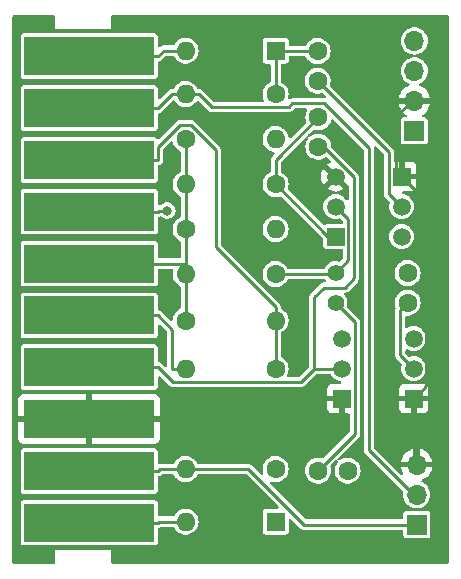
<source format=gbr>
G04 #@! TF.GenerationSoftware,KiCad,Pcbnew,8.0.1*
G04 #@! TF.CreationDate,2024-06-18T23:30:07-04:00*
G04 #@! TF.ProjectId,OdysseyDaughterCardSpotGenerator,4f647973-7365-4794-9461-756768746572,1.3*
G04 #@! TF.SameCoordinates,Original*
G04 #@! TF.FileFunction,Copper,L2,Bot*
G04 #@! TF.FilePolarity,Positive*
%FSLAX46Y46*%
G04 Gerber Fmt 4.6, Leading zero omitted, Abs format (unit mm)*
G04 Created by KiCad (PCBNEW 8.0.1) date 2024-06-18 23:30:07*
%MOMM*%
%LPD*%
G01*
G04 APERTURE LIST*
G04 #@! TA.AperFunction,ComponentPad*
%ADD10R,1.500000X1.500000*%
G04 #@! TD*
G04 #@! TA.AperFunction,ComponentPad*
%ADD11C,1.500000*%
G04 #@! TD*
G04 #@! TA.AperFunction,SMDPad,CuDef*
%ADD12R,11.000000X3.250000*%
G04 #@! TD*
G04 #@! TA.AperFunction,ComponentPad*
%ADD13C,1.600000*%
G04 #@! TD*
G04 #@! TA.AperFunction,ComponentPad*
%ADD14C,1.400000*%
G04 #@! TD*
G04 #@! TA.AperFunction,ComponentPad*
%ADD15O,1.600000X1.600000*%
G04 #@! TD*
G04 #@! TA.AperFunction,ComponentPad*
%ADD16R,1.600000X1.600000*%
G04 #@! TD*
G04 #@! TA.AperFunction,ComponentPad*
%ADD17O,1.700000X1.700000*%
G04 #@! TD*
G04 #@! TA.AperFunction,ComponentPad*
%ADD18R,1.700000X1.700000*%
G04 #@! TD*
G04 #@! TA.AperFunction,ViaPad*
%ADD19C,0.800000*%
G04 #@! TD*
G04 #@! TA.AperFunction,Conductor*
%ADD20C,0.250000*%
G04 #@! TD*
G04 APERTURE END LIST*
D10*
X150368000Y-110236000D03*
D11*
X150368000Y-107696000D03*
X150368000Y-105156000D03*
D10*
X149860000Y-96520000D03*
D11*
X149860000Y-93980000D03*
X149860000Y-91440000D03*
D10*
X156464000Y-110236000D03*
D11*
X156464000Y-107696000D03*
X156464000Y-105156000D03*
D10*
X155448000Y-91440000D03*
D11*
X155448000Y-93980000D03*
X155448000Y-96520000D03*
D12*
X129000000Y-81250000D03*
X129000000Y-85638888D03*
X129000000Y-90027776D03*
X129000000Y-94416664D03*
X129000000Y-98805552D03*
X129000000Y-103194440D03*
X129000000Y-107583328D03*
X129000000Y-111972216D03*
X129000000Y-116361104D03*
X129000000Y-120749992D03*
D13*
X148336000Y-80812000D03*
X148336000Y-83312000D03*
X155956000Y-99608000D03*
X155956000Y-102108000D03*
D14*
X149860000Y-99608000D03*
X149860000Y-102108000D03*
D13*
X148400000Y-88923500D03*
X148400000Y-86423500D03*
X148376000Y-116332000D03*
X150876000Y-116332000D03*
D15*
X137160000Y-80772000D03*
D16*
X144780000Y-80772000D03*
D15*
X137160000Y-120650000D03*
D16*
X144780000Y-120650000D03*
D15*
X137160000Y-84455000D03*
D13*
X144780000Y-84455000D03*
D15*
X144780000Y-95885000D03*
D13*
X137160000Y-95885000D03*
D15*
X144780000Y-88265000D03*
D13*
X137160000Y-88265000D03*
D15*
X144780000Y-103632000D03*
D13*
X137160000Y-103632000D03*
D15*
X137160000Y-107696000D03*
D13*
X144780000Y-107696000D03*
D15*
X137160000Y-99695000D03*
D13*
X144780000Y-99695000D03*
D15*
X137160000Y-92075000D03*
D13*
X144780000Y-92075000D03*
D15*
X137160000Y-116205000D03*
D13*
X144780000Y-116205000D03*
D17*
X156718000Y-115824000D03*
X156718000Y-118364000D03*
D18*
X156718000Y-120904000D03*
D17*
X156528000Y-79946500D03*
X156528000Y-82486500D03*
X156528000Y-85026500D03*
D18*
X156528000Y-87566500D03*
D19*
X135606000Y-94318300D03*
D20*
X157539000Y-93531000D02*
X155448000Y-91440000D01*
X157539000Y-109161000D02*
X157539000Y-93531000D01*
X156464000Y-110236000D02*
X157539000Y-109161000D01*
X150622000Y-100838000D02*
X148844000Y-100838000D01*
X151388100Y-100071900D02*
X150622000Y-100838000D01*
X151388100Y-91447820D02*
X151388100Y-100071900D01*
X148844000Y-100838000D02*
X148070000Y-101612000D01*
X148863780Y-88923500D02*
X151388100Y-91447820D01*
X148070000Y-101612000D02*
X148070000Y-107696000D01*
X148400000Y-88923500D02*
X148863780Y-88923500D01*
X155338300Y-102725700D02*
X155956000Y-102108000D01*
X155338300Y-106570300D02*
X155338300Y-102725700D01*
X156464000Y-107696000D02*
X155338300Y-106570300D01*
X156464000Y-115570000D02*
X156718000Y-115824000D01*
X156464000Y-110236000D02*
X156464000Y-115570000D01*
X138049000Y-110236000D02*
X136356216Y-111928784D01*
X136356216Y-111928784D02*
X136356216Y-111972216D01*
X150368000Y-110236000D02*
X138049000Y-110236000D01*
X136356216Y-111972216D02*
X129000000Y-111972216D01*
X151497200Y-113210800D02*
X151497200Y-103745200D01*
X148376000Y-116332000D02*
X151497200Y-113210800D01*
X151497200Y-103745200D02*
X149860000Y-102108000D01*
X148070000Y-107696000D02*
X146945000Y-108821000D01*
X150368000Y-107696000D02*
X148070000Y-107696000D01*
X152683600Y-89040800D02*
X152683600Y-114583600D01*
X154940000Y-90932000D02*
X154940000Y-86360000D01*
X155448000Y-91440000D02*
X154940000Y-90932000D01*
X154372700Y-92904700D02*
X155448000Y-93980000D01*
X154372700Y-89348700D02*
X154372700Y-92904700D01*
X144780000Y-90043500D02*
X148400000Y-86423500D01*
X144780000Y-92075000D02*
X144780000Y-90043500D01*
X149225000Y-96520000D02*
X144780000Y-92075000D01*
X149860000Y-96520000D02*
X149225000Y-96520000D01*
X150935300Y-95055300D02*
X150935300Y-98532700D01*
X149860000Y-93980000D02*
X150935300Y-95055300D01*
X154372700Y-89348700D02*
X148336000Y-83312000D01*
X144780000Y-80812000D02*
X148336000Y-80812000D01*
X144780000Y-84455000D02*
X144780000Y-80812000D01*
X144780000Y-80812000D02*
X144780000Y-80772000D01*
X129000000Y-94416700D02*
X134825000Y-94416700D01*
X134825000Y-94416700D02*
X134924000Y-94318300D01*
X134924000Y-94318300D02*
X135606000Y-94318300D01*
X144780000Y-99695000D02*
X149773000Y-99695000D01*
X150935300Y-98532700D02*
X149860000Y-99608000D01*
X149773000Y-99695000D02*
X149860000Y-99608000D01*
X129000000Y-107583000D02*
X129000300Y-107583000D01*
X129000300Y-107583000D02*
X129000000Y-107583300D01*
X129000300Y-107583000D02*
X134825000Y-107583000D01*
X134825000Y-107583000D02*
X136063000Y-108821000D01*
X136063000Y-108821000D02*
X146945000Y-108821000D01*
X129000000Y-81250000D02*
X134825000Y-81250000D01*
X135303000Y-80772000D02*
X137160000Y-80772000D01*
X134825000Y-81250000D02*
X135303000Y-80772000D01*
X134825000Y-120750000D02*
X134925000Y-120650000D01*
X129000000Y-120750000D02*
X134825000Y-120750000D01*
X134925000Y-120650000D02*
X137160000Y-120650000D01*
X154940000Y-86360000D02*
X156273500Y-85026500D01*
X129000200Y-111972000D02*
X129000000Y-111972200D01*
X129000200Y-111972000D02*
X129000000Y-111972000D01*
X156273500Y-85026500D02*
X156528000Y-85026500D01*
X136035000Y-104404000D02*
X136035000Y-107696000D01*
X134825000Y-103194000D02*
X136035000Y-104404000D01*
X129000000Y-103194000D02*
X129000400Y-103194000D01*
X129000400Y-103194000D02*
X129000000Y-103194400D01*
X129000400Y-103194000D02*
X134825000Y-103194000D01*
X136035000Y-107696000D02*
X137160000Y-107696000D01*
X129000000Y-85638900D02*
X134825000Y-85638900D01*
X156718000Y-118618000D02*
X156718000Y-118364000D01*
X152683600Y-114583600D02*
X156718000Y-118618000D01*
X148890000Y-85247200D02*
X152683600Y-89040800D01*
X134825000Y-85638900D02*
X136009000Y-84455000D01*
X138285300Y-84455000D02*
X139410600Y-85580300D01*
X137160000Y-84455000D02*
X138285300Y-84455000D01*
X145873100Y-85580300D02*
X146206200Y-85247200D01*
X136009000Y-84455000D02*
X137160000Y-84455000D01*
X146206200Y-85247200D02*
X148890000Y-85247200D01*
X139410600Y-85580300D02*
X145873100Y-85580300D01*
X137160000Y-98805500D02*
X129000000Y-98805500D01*
X137160000Y-88265000D02*
X137160000Y-92075000D01*
X137160000Y-98805500D02*
X137160000Y-99695000D01*
X137160000Y-99695000D02*
X137160000Y-103632000D01*
X137160000Y-95885000D02*
X137160000Y-98805500D01*
X137160000Y-92075000D02*
X137160000Y-95885000D01*
X136684400Y-87076800D02*
X137599100Y-87076800D01*
X134825000Y-90027800D02*
X134825000Y-88935700D01*
X134825000Y-88935700D02*
X136521200Y-87240100D01*
X136521200Y-87240100D02*
X136521200Y-87240000D01*
X139700000Y-97426700D02*
X144780000Y-102506700D01*
X136521200Y-87240100D02*
X136646000Y-87115300D01*
X139700000Y-89177700D02*
X139700000Y-97426700D01*
X144780000Y-107696000D02*
X144780000Y-103632000D01*
X136521200Y-87240000D02*
X136684400Y-87076800D01*
X137599100Y-87076800D02*
X139700000Y-89177700D01*
X129000000Y-90027800D02*
X134825000Y-90027800D01*
X144780000Y-102506700D02*
X144780000Y-103632000D01*
X129000000Y-116361000D02*
X129000100Y-116361000D01*
X137160000Y-116205000D02*
X142476000Y-116205000D01*
X134981000Y-116205000D02*
X137160000Y-116205000D01*
X129000100Y-116361000D02*
X129000000Y-116361100D01*
X142476000Y-116205000D02*
X147175000Y-120904000D01*
X134825000Y-116361000D02*
X134981000Y-116205000D01*
X147175000Y-120904000D02*
X156718000Y-120904000D01*
X129000100Y-116361000D02*
X134825000Y-116361000D01*
G04 #@! TA.AperFunction,Conductor*
G36*
X147490192Y-88037568D02*
G01*
X147546125Y-88079440D01*
X147570542Y-88144904D01*
X147555690Y-88213177D01*
X147545813Y-88228476D01*
X147460327Y-88341679D01*
X147369422Y-88524239D01*
X147369417Y-88524252D01*
X147313602Y-88720417D01*
X147294785Y-88923499D01*
X147294785Y-88923500D01*
X147313602Y-89126582D01*
X147369417Y-89322747D01*
X147369422Y-89322760D01*
X147460327Y-89505321D01*
X147583237Y-89668081D01*
X147733958Y-89805480D01*
X147733960Y-89805482D01*
X147797970Y-89845115D01*
X147907363Y-89912848D01*
X148097544Y-89986524D01*
X148298024Y-90024000D01*
X148298026Y-90024000D01*
X148501974Y-90024000D01*
X148501976Y-90024000D01*
X148702456Y-89986524D01*
X148892637Y-89912848D01*
X149030692Y-89827367D01*
X149098048Y-89808813D01*
X149164748Y-89829621D01*
X149183647Y-89845115D01*
X149420594Y-90082062D01*
X149454079Y-90143385D01*
X149449095Y-90213077D01*
X149407223Y-90269010D01*
X149385318Y-90282125D01*
X149232613Y-90353333D01*
X149170427Y-90396874D01*
X149813553Y-91040000D01*
X149807339Y-91040000D01*
X149705606Y-91067259D01*
X149614394Y-91119920D01*
X149539920Y-91194394D01*
X149487259Y-91285606D01*
X149460000Y-91387339D01*
X149460000Y-91393554D01*
X148816874Y-90750428D01*
X148773333Y-90812613D01*
X148680898Y-91010840D01*
X148680894Y-91010849D01*
X148624289Y-91222105D01*
X148624287Y-91222115D01*
X148605225Y-91439999D01*
X148605225Y-91440000D01*
X148624287Y-91657884D01*
X148624289Y-91657894D01*
X148680894Y-91869150D01*
X148680898Y-91869159D01*
X148773333Y-92067387D01*
X148816874Y-92129571D01*
X149460000Y-91486445D01*
X149460000Y-91492661D01*
X149487259Y-91594394D01*
X149539920Y-91685606D01*
X149614394Y-91760080D01*
X149705606Y-91812741D01*
X149807339Y-91840000D01*
X149813553Y-91840000D01*
X149170427Y-92483124D01*
X149232612Y-92526666D01*
X149430840Y-92619101D01*
X149430849Y-92619105D01*
X149642105Y-92675710D01*
X149642116Y-92675712D01*
X149766325Y-92686579D01*
X149831394Y-92712031D01*
X149860504Y-92752232D01*
X149879179Y-92720109D01*
X149941377Y-92688278D01*
X149953674Y-92686579D01*
X150077883Y-92675712D01*
X150077894Y-92675710D01*
X150289150Y-92619105D01*
X150289164Y-92619100D01*
X150487383Y-92526669D01*
X150487385Y-92526668D01*
X150549571Y-92483124D01*
X149906448Y-91840000D01*
X149912661Y-91840000D01*
X150014394Y-91812741D01*
X150105606Y-91760080D01*
X150180080Y-91685606D01*
X150232741Y-91594394D01*
X150260000Y-91492661D01*
X150260000Y-91486446D01*
X150926281Y-92152727D01*
X150959766Y-92214050D01*
X150962600Y-92240408D01*
X150962600Y-93321385D01*
X150942915Y-93388424D01*
X150890111Y-93434179D01*
X150820953Y-93444123D01*
X150757397Y-93415098D01*
X150742123Y-93397786D01*
X150741549Y-93398258D01*
X150606410Y-93233589D01*
X150464346Y-93117002D01*
X150446450Y-93102315D01*
X150263954Y-93004768D01*
X150118736Y-92960717D01*
X150065932Y-92944699D01*
X149952326Y-92933510D01*
X149887539Y-92907349D01*
X149859566Y-92867818D01*
X149841797Y-92899168D01*
X149779951Y-92931676D01*
X149767673Y-92933510D01*
X149654067Y-92944699D01*
X149456043Y-93004769D01*
X149345898Y-93063643D01*
X149273550Y-93102315D01*
X149273548Y-93102316D01*
X149273547Y-93102317D01*
X149113589Y-93233589D01*
X148982317Y-93393547D01*
X148982315Y-93393550D01*
X148960598Y-93434179D01*
X148884769Y-93576043D01*
X148824699Y-93774067D01*
X148804417Y-93980000D01*
X148824699Y-94185932D01*
X148824700Y-94185934D01*
X148884768Y-94383954D01*
X148982315Y-94566450D01*
X148982317Y-94566452D01*
X149113589Y-94726410D01*
X149186480Y-94786229D01*
X149273550Y-94857685D01*
X149456046Y-94955232D01*
X149654066Y-95015300D01*
X149654065Y-95015300D01*
X149672529Y-95017118D01*
X149860000Y-95035583D01*
X150065934Y-95015300D01*
X150169452Y-94983897D01*
X150239319Y-94983274D01*
X150293129Y-95014877D01*
X150473481Y-95195229D01*
X150506966Y-95256552D01*
X150509800Y-95282910D01*
X150509800Y-95345500D01*
X150490115Y-95412539D01*
X150437311Y-95458294D01*
X150385800Y-95469500D01*
X149065143Y-95469500D01*
X149065117Y-95469502D01*
X149040012Y-95472413D01*
X149040010Y-95472414D01*
X148936762Y-95518002D01*
X148867484Y-95527073D01*
X148804299Y-95497249D01*
X148798996Y-95492248D01*
X145855556Y-92548808D01*
X145822071Y-92487485D01*
X145823971Y-92427192D01*
X145860907Y-92297379D01*
X145866397Y-92278083D01*
X145885215Y-92075000D01*
X145866397Y-91871917D01*
X145810582Y-91675750D01*
X145719673Y-91493179D01*
X145643117Y-91391802D01*
X145596762Y-91330418D01*
X145446041Y-91193019D01*
X145446039Y-91193017D01*
X145267763Y-91082634D01*
X145268620Y-91081248D01*
X145222987Y-91038934D01*
X145205500Y-90975444D01*
X145205500Y-90271109D01*
X145225185Y-90204070D01*
X145241814Y-90183433D01*
X147359179Y-88066067D01*
X147420500Y-88032584D01*
X147490192Y-88037568D01*
G37*
G04 #@! TD.AperFunction*
G04 #@! TA.AperFunction,Conductor*
G36*
X126042539Y-77795185D02*
G01*
X126088294Y-77847989D01*
X126099500Y-77899500D01*
X126099500Y-78884982D01*
X126099500Y-78915018D01*
X126110994Y-78942767D01*
X126132233Y-78964006D01*
X126159982Y-78975500D01*
X126159984Y-78975500D01*
X130790016Y-78975500D01*
X130790018Y-78975500D01*
X130817767Y-78964006D01*
X130839006Y-78942767D01*
X130850500Y-78915018D01*
X130850500Y-77899500D01*
X130870185Y-77832461D01*
X130922989Y-77786706D01*
X130974500Y-77775500D01*
X159312500Y-77775500D01*
X159379539Y-77795185D01*
X159425294Y-77847989D01*
X159436500Y-77899500D01*
X159436500Y-124100500D01*
X159416815Y-124167539D01*
X159364011Y-124213294D01*
X159312500Y-124224500D01*
X130974500Y-124224500D01*
X130907461Y-124204815D01*
X130861706Y-124152011D01*
X130850500Y-124100500D01*
X130850500Y-123084983D01*
X130850500Y-123084982D01*
X130839006Y-123057233D01*
X130817767Y-123035994D01*
X130790018Y-123024500D01*
X126190018Y-123024500D01*
X126159982Y-123024500D01*
X126132231Y-123035995D01*
X126110995Y-123057231D01*
X126099500Y-123084982D01*
X126099500Y-124100500D01*
X126079815Y-124167539D01*
X126027011Y-124213294D01*
X125975500Y-124224500D01*
X122624500Y-124224500D01*
X122557461Y-124204815D01*
X122511706Y-124152011D01*
X122500500Y-124100500D01*
X122500500Y-122419848D01*
X123199500Y-122419848D01*
X123199502Y-122419874D01*
X123202413Y-122444979D01*
X123202415Y-122444983D01*
X123247793Y-122547756D01*
X123247794Y-122547757D01*
X123327235Y-122627198D01*
X123430009Y-122672577D01*
X123455135Y-122675492D01*
X134544864Y-122675491D01*
X134544879Y-122675489D01*
X134544882Y-122675489D01*
X134569987Y-122672578D01*
X134569988Y-122672577D01*
X134569991Y-122672577D01*
X134672765Y-122627198D01*
X134752206Y-122547757D01*
X134797585Y-122444983D01*
X134800500Y-122419857D01*
X134800500Y-121292222D01*
X134820185Y-121225183D01*
X134872989Y-121179428D01*
X134892396Y-121172451D01*
X134989237Y-121146503D01*
X135083443Y-121092112D01*
X135145443Y-121075500D01*
X136065712Y-121075500D01*
X136132751Y-121095185D01*
X136176710Y-121144225D01*
X136220327Y-121231821D01*
X136265940Y-121292222D01*
X136343237Y-121394581D01*
X136493958Y-121531980D01*
X136493960Y-121531982D01*
X136593141Y-121593392D01*
X136667363Y-121639348D01*
X136857544Y-121713024D01*
X137058024Y-121750500D01*
X137058026Y-121750500D01*
X137261974Y-121750500D01*
X137261976Y-121750500D01*
X137462456Y-121713024D01*
X137652637Y-121639348D01*
X137826041Y-121531981D01*
X137976764Y-121394579D01*
X138099673Y-121231821D01*
X138190582Y-121049250D01*
X138246397Y-120853083D01*
X138265215Y-120650000D01*
X138246397Y-120446917D01*
X138190582Y-120250750D01*
X138099673Y-120068179D01*
X137976764Y-119905421D01*
X137976762Y-119905418D01*
X137826041Y-119768019D01*
X137826039Y-119768017D01*
X137652642Y-119660655D01*
X137652635Y-119660651D01*
X137495019Y-119599591D01*
X137462456Y-119586976D01*
X137261976Y-119549500D01*
X137058024Y-119549500D01*
X136857544Y-119586976D01*
X136857541Y-119586976D01*
X136857541Y-119586977D01*
X136667364Y-119660651D01*
X136667357Y-119660655D01*
X136493960Y-119768017D01*
X136493958Y-119768019D01*
X136343237Y-119905418D01*
X136220329Y-120068176D01*
X136220327Y-120068179D01*
X136176710Y-120155774D01*
X136129210Y-120207008D01*
X136065712Y-120224500D01*
X134924499Y-120224500D01*
X134857460Y-120204815D01*
X134811705Y-120152011D01*
X134800499Y-120100500D01*
X134800499Y-119080135D01*
X134800499Y-119080128D01*
X134800497Y-119080109D01*
X134797586Y-119055004D01*
X134797585Y-119055002D01*
X134797585Y-119055001D01*
X134752206Y-118952227D01*
X134672765Y-118872786D01*
X134672763Y-118872785D01*
X134569992Y-118827407D01*
X134544865Y-118824492D01*
X123455143Y-118824492D01*
X123455117Y-118824494D01*
X123430012Y-118827405D01*
X123430008Y-118827407D01*
X123327235Y-118872785D01*
X123247794Y-118952226D01*
X123202415Y-119054998D01*
X123202415Y-119055000D01*
X123199500Y-119080123D01*
X123199500Y-122419848D01*
X122500500Y-122419848D01*
X122500500Y-118030960D01*
X123199500Y-118030960D01*
X123199502Y-118030986D01*
X123202413Y-118056091D01*
X123202415Y-118056095D01*
X123247793Y-118158868D01*
X123247794Y-118158869D01*
X123327235Y-118238310D01*
X123430009Y-118283689D01*
X123455135Y-118286604D01*
X134544864Y-118286603D01*
X134544879Y-118286601D01*
X134544882Y-118286601D01*
X134569987Y-118283690D01*
X134569988Y-118283689D01*
X134569991Y-118283689D01*
X134672765Y-118238310D01*
X134752206Y-118158869D01*
X134797585Y-118056095D01*
X134800500Y-118030969D01*
X134800500Y-116903222D01*
X134820185Y-116836183D01*
X134872989Y-116790428D01*
X134892396Y-116783451D01*
X134989237Y-116757503D01*
X135086263Y-116701485D01*
X135120929Y-116666819D01*
X135182252Y-116633334D01*
X135208610Y-116630500D01*
X136065712Y-116630500D01*
X136132751Y-116650185D01*
X136176710Y-116699225D01*
X136220327Y-116786821D01*
X136277179Y-116862105D01*
X136343237Y-116949581D01*
X136493958Y-117086980D01*
X136493960Y-117086982D01*
X136582908Y-117142056D01*
X136667363Y-117194348D01*
X136857544Y-117268024D01*
X137058024Y-117305500D01*
X137058026Y-117305500D01*
X137261974Y-117305500D01*
X137261976Y-117305500D01*
X137462456Y-117268024D01*
X137652637Y-117194348D01*
X137826041Y-117086981D01*
X137976764Y-116949579D01*
X138099673Y-116786821D01*
X138143289Y-116699225D01*
X138190790Y-116647992D01*
X138254288Y-116630500D01*
X142248390Y-116630500D01*
X142315429Y-116650185D01*
X142336071Y-116666819D01*
X145007071Y-119337819D01*
X145040556Y-119399142D01*
X145035572Y-119468834D01*
X144993700Y-119524767D01*
X144928236Y-119549184D01*
X144919390Y-119549500D01*
X143935143Y-119549500D01*
X143935117Y-119549502D01*
X143910012Y-119552413D01*
X143910008Y-119552415D01*
X143807235Y-119597793D01*
X143727794Y-119677234D01*
X143682415Y-119780006D01*
X143682415Y-119780008D01*
X143679500Y-119805131D01*
X143679500Y-121494856D01*
X143679502Y-121494882D01*
X143682413Y-121519987D01*
X143682415Y-121519991D01*
X143727793Y-121622764D01*
X143727794Y-121622765D01*
X143807235Y-121702206D01*
X143910009Y-121747585D01*
X143935135Y-121750500D01*
X145624864Y-121750499D01*
X145624879Y-121750497D01*
X145624882Y-121750497D01*
X145649987Y-121747586D01*
X145649988Y-121747585D01*
X145649991Y-121747585D01*
X145752765Y-121702206D01*
X145832206Y-121622765D01*
X145877585Y-121519991D01*
X145880500Y-121494865D01*
X145880499Y-120510608D01*
X145900183Y-120443570D01*
X145952987Y-120397815D01*
X146022146Y-120387871D01*
X146085702Y-120416896D01*
X146092180Y-120422928D01*
X146834515Y-121165263D01*
X146913737Y-121244485D01*
X147010763Y-121300503D01*
X147118982Y-121329500D01*
X155443501Y-121329500D01*
X155510540Y-121349185D01*
X155556295Y-121401989D01*
X155567501Y-121453500D01*
X155567501Y-121798856D01*
X155567502Y-121798882D01*
X155570413Y-121823987D01*
X155570415Y-121823991D01*
X155615793Y-121926764D01*
X155615794Y-121926765D01*
X155695235Y-122006206D01*
X155798009Y-122051585D01*
X155823135Y-122054500D01*
X157612864Y-122054499D01*
X157612879Y-122054497D01*
X157612882Y-122054497D01*
X157637987Y-122051586D01*
X157637988Y-122051585D01*
X157637991Y-122051585D01*
X157740765Y-122006206D01*
X157820206Y-121926765D01*
X157865585Y-121823991D01*
X157868500Y-121798865D01*
X157868499Y-120009136D01*
X157868497Y-120009117D01*
X157865586Y-119984012D01*
X157865585Y-119984010D01*
X157865585Y-119984009D01*
X157820206Y-119881235D01*
X157740765Y-119801794D01*
X157691427Y-119780009D01*
X157637992Y-119756415D01*
X157612868Y-119753500D01*
X156884243Y-119753500D01*
X156817204Y-119733815D01*
X156771449Y-119681011D01*
X156761505Y-119611853D01*
X156790530Y-119548297D01*
X156849308Y-119510523D01*
X156861441Y-119507614D01*
X157034198Y-119475321D01*
X157233019Y-119398298D01*
X157414302Y-119286052D01*
X157571872Y-119142407D01*
X157700366Y-118972255D01*
X157772492Y-118827405D01*
X157795403Y-118781394D01*
X157795403Y-118781393D01*
X157795405Y-118781389D01*
X157853756Y-118576310D01*
X157873429Y-118364000D01*
X157853756Y-118151690D01*
X157795405Y-117946611D01*
X157795403Y-117946606D01*
X157795403Y-117946605D01*
X157700367Y-117755746D01*
X157571872Y-117585593D01*
X157414302Y-117441948D01*
X157233019Y-117329702D01*
X157204037Y-117318474D01*
X157148636Y-117275903D01*
X157125045Y-117210136D01*
X157140756Y-117142056D01*
X157190779Y-117093276D01*
X157196426Y-117090466D01*
X157395578Y-116997599D01*
X157589082Y-116862105D01*
X157756105Y-116695082D01*
X157891600Y-116501578D01*
X157991429Y-116287492D01*
X157991432Y-116287486D01*
X158048636Y-116074000D01*
X157151012Y-116074000D01*
X157183925Y-116016993D01*
X157218000Y-115889826D01*
X157218000Y-115758174D01*
X157183925Y-115631007D01*
X157151012Y-115574000D01*
X158048636Y-115574000D01*
X158048635Y-115573999D01*
X157991432Y-115360513D01*
X157991429Y-115360507D01*
X157891600Y-115146422D01*
X157891599Y-115146420D01*
X157756113Y-114952926D01*
X157756108Y-114952920D01*
X157589082Y-114785894D01*
X157395578Y-114650399D01*
X157181492Y-114550570D01*
X157181486Y-114550567D01*
X156968000Y-114493364D01*
X156968000Y-115390988D01*
X156910993Y-115358075D01*
X156783826Y-115324000D01*
X156652174Y-115324000D01*
X156525007Y-115358075D01*
X156468000Y-115390988D01*
X156468000Y-114493364D01*
X156467999Y-114493364D01*
X156254513Y-114550567D01*
X156254507Y-114550570D01*
X156040422Y-114650399D01*
X156040420Y-114650400D01*
X155846926Y-114785886D01*
X155846920Y-114785891D01*
X155679891Y-114952920D01*
X155679886Y-114952926D01*
X155544400Y-115146420D01*
X155544399Y-115146422D01*
X155444570Y-115360507D01*
X155444567Y-115360513D01*
X155387364Y-115573999D01*
X155387364Y-115574000D01*
X156284988Y-115574000D01*
X156252075Y-115631007D01*
X156218000Y-115758174D01*
X156218000Y-115889826D01*
X156252075Y-116016993D01*
X156284988Y-116074000D01*
X155387364Y-116074000D01*
X155444567Y-116287486D01*
X155444570Y-116287492D01*
X155545207Y-116503310D01*
X155555699Y-116572388D01*
X155527179Y-116636172D01*
X155468703Y-116674411D01*
X155398835Y-116674966D01*
X155345144Y-116643396D01*
X153145419Y-114443671D01*
X153111934Y-114382348D01*
X153109100Y-114355990D01*
X153109100Y-102108000D01*
X154850785Y-102108000D01*
X154869602Y-102311082D01*
X154869603Y-102311084D01*
X154925413Y-102507238D01*
X154927488Y-102512592D01*
X154925944Y-102513189D01*
X154936846Y-102574376D01*
X154933361Y-102592944D01*
X154912800Y-102669680D01*
X154912800Y-102669682D01*
X154912800Y-106514282D01*
X154912800Y-106626318D01*
X154936208Y-106713676D01*
X154941797Y-106734536D01*
X154941798Y-106734539D01*
X154945611Y-106741143D01*
X154997815Y-106831563D01*
X154997817Y-106831565D01*
X155429122Y-107262870D01*
X155462607Y-107324193D01*
X155460102Y-107386545D01*
X155428699Y-107490067D01*
X155408417Y-107696000D01*
X155428699Y-107901932D01*
X155428700Y-107901934D01*
X155488768Y-108099954D01*
X155586315Y-108282450D01*
X155619602Y-108323011D01*
X155717589Y-108442410D01*
X155814209Y-108521702D01*
X155877550Y-108573685D01*
X156060046Y-108671232D01*
X156258066Y-108731300D01*
X156258065Y-108731300D01*
X156332152Y-108738597D01*
X156396939Y-108764758D01*
X156437298Y-108821792D01*
X156440415Y-108891592D01*
X156405300Y-108951997D01*
X156343103Y-108983828D01*
X156319998Y-108986000D01*
X155666155Y-108986000D01*
X155606627Y-108992401D01*
X155606620Y-108992403D01*
X155471913Y-109042645D01*
X155471906Y-109042649D01*
X155356812Y-109128809D01*
X155356809Y-109128812D01*
X155270649Y-109243906D01*
X155270645Y-109243913D01*
X155220403Y-109378620D01*
X155220401Y-109378627D01*
X155214000Y-109438155D01*
X155214000Y-109986000D01*
X156148314Y-109986000D01*
X156143920Y-109990394D01*
X156091259Y-110081606D01*
X156064000Y-110183339D01*
X156064000Y-110288661D01*
X156091259Y-110390394D01*
X156143920Y-110481606D01*
X156148314Y-110486000D01*
X155214000Y-110486000D01*
X155214000Y-111033844D01*
X155220401Y-111093372D01*
X155220403Y-111093379D01*
X155270645Y-111228086D01*
X155270649Y-111228093D01*
X155356809Y-111343187D01*
X155356812Y-111343190D01*
X155471906Y-111429350D01*
X155471913Y-111429354D01*
X155606620Y-111479596D01*
X155606627Y-111479598D01*
X155666155Y-111485999D01*
X155666172Y-111486000D01*
X156214000Y-111486000D01*
X156214000Y-110551686D01*
X156218394Y-110556080D01*
X156309606Y-110608741D01*
X156411339Y-110636000D01*
X156516661Y-110636000D01*
X156618394Y-110608741D01*
X156709606Y-110556080D01*
X156714000Y-110551686D01*
X156714000Y-111486000D01*
X157261828Y-111486000D01*
X157261844Y-111485999D01*
X157321372Y-111479598D01*
X157321379Y-111479596D01*
X157456086Y-111429354D01*
X157456093Y-111429350D01*
X157571187Y-111343190D01*
X157571190Y-111343187D01*
X157657350Y-111228093D01*
X157657354Y-111228086D01*
X157707596Y-111093379D01*
X157707598Y-111093372D01*
X157713999Y-111033844D01*
X157714000Y-111033827D01*
X157714000Y-110486000D01*
X156779686Y-110486000D01*
X156784080Y-110481606D01*
X156836741Y-110390394D01*
X156864000Y-110288661D01*
X156864000Y-110183339D01*
X156836741Y-110081606D01*
X156784080Y-109990394D01*
X156779686Y-109986000D01*
X157714000Y-109986000D01*
X157714000Y-109438172D01*
X157713999Y-109438155D01*
X157707598Y-109378627D01*
X157707596Y-109378620D01*
X157657354Y-109243913D01*
X157657350Y-109243906D01*
X157571190Y-109128812D01*
X157571187Y-109128809D01*
X157456093Y-109042649D01*
X157456086Y-109042645D01*
X157321379Y-108992403D01*
X157321372Y-108992401D01*
X157261844Y-108986000D01*
X156608002Y-108986000D01*
X156540963Y-108966315D01*
X156495208Y-108913511D01*
X156485264Y-108844353D01*
X156514289Y-108780797D01*
X156573067Y-108743023D01*
X156595848Y-108738597D01*
X156614916Y-108736718D01*
X156669934Y-108731300D01*
X156867954Y-108671232D01*
X157050450Y-108573685D01*
X157210410Y-108442410D01*
X157341685Y-108282450D01*
X157439232Y-108099954D01*
X157499300Y-107901934D01*
X157519583Y-107696000D01*
X157499300Y-107490066D01*
X157439232Y-107292046D01*
X157341685Y-107109550D01*
X157211913Y-106951421D01*
X157210410Y-106949589D01*
X157050452Y-106818317D01*
X157050453Y-106818317D01*
X157050450Y-106818315D01*
X156867954Y-106720768D01*
X156669934Y-106660700D01*
X156669932Y-106660699D01*
X156669934Y-106660699D01*
X156464000Y-106640417D01*
X156258067Y-106660699D01*
X156154545Y-106692102D01*
X156084678Y-106692725D01*
X156030870Y-106661122D01*
X155800119Y-106430371D01*
X155766634Y-106369048D01*
X155763800Y-106342690D01*
X155763800Y-106179766D01*
X155783485Y-106112727D01*
X155836289Y-106066972D01*
X155905447Y-106057028D01*
X155946252Y-106070407D01*
X156060046Y-106131232D01*
X156258066Y-106191300D01*
X156258065Y-106191300D01*
X156276529Y-106193118D01*
X156464000Y-106211583D01*
X156669934Y-106191300D01*
X156867954Y-106131232D01*
X157050450Y-106033685D01*
X157210410Y-105902410D01*
X157341685Y-105742450D01*
X157439232Y-105559954D01*
X157499300Y-105361934D01*
X157519583Y-105156000D01*
X157499300Y-104950066D01*
X157439232Y-104752046D01*
X157341685Y-104569550D01*
X157271049Y-104483479D01*
X157210410Y-104409589D01*
X157050452Y-104278317D01*
X157050453Y-104278317D01*
X157050450Y-104278315D01*
X156867954Y-104180768D01*
X156669934Y-104120700D01*
X156669932Y-104120699D01*
X156669934Y-104120699D01*
X156464000Y-104100417D01*
X156258067Y-104120699D01*
X156060041Y-104180769D01*
X155946253Y-104241591D01*
X155877850Y-104255833D01*
X155812607Y-104230833D01*
X155771236Y-104174528D01*
X155763800Y-104132233D01*
X155763800Y-103332500D01*
X155783485Y-103265461D01*
X155836289Y-103219706D01*
X155887800Y-103208500D01*
X156057974Y-103208500D01*
X156057976Y-103208500D01*
X156258456Y-103171024D01*
X156448637Y-103097348D01*
X156622041Y-102989981D01*
X156771737Y-102853515D01*
X156772762Y-102852581D01*
X156772764Y-102852579D01*
X156895673Y-102689821D01*
X156986582Y-102507250D01*
X157042397Y-102311083D01*
X157061215Y-102108000D01*
X157042397Y-101904917D01*
X156986582Y-101708750D01*
X156895673Y-101526179D01*
X156797876Y-101396675D01*
X156772762Y-101363418D01*
X156622041Y-101226019D01*
X156622039Y-101226017D01*
X156448642Y-101118655D01*
X156448635Y-101118651D01*
X156353546Y-101081814D01*
X156258456Y-101044976D01*
X156057976Y-101007500D01*
X155854024Y-101007500D01*
X155653544Y-101044976D01*
X155653541Y-101044976D01*
X155653541Y-101044977D01*
X155463364Y-101118651D01*
X155463357Y-101118655D01*
X155289960Y-101226017D01*
X155289958Y-101226019D01*
X155139237Y-101363418D01*
X155016327Y-101526178D01*
X154925422Y-101708739D01*
X154925417Y-101708752D01*
X154869602Y-101904917D01*
X154850785Y-102107999D01*
X154850785Y-102108000D01*
X153109100Y-102108000D01*
X153109100Y-99608000D01*
X154850785Y-99608000D01*
X154869602Y-99811082D01*
X154925417Y-100007247D01*
X154925422Y-100007260D01*
X155016327Y-100189821D01*
X155139237Y-100352581D01*
X155289958Y-100489980D01*
X155289960Y-100489982D01*
X155307017Y-100500543D01*
X155463363Y-100597348D01*
X155653544Y-100671024D01*
X155854024Y-100708500D01*
X155854026Y-100708500D01*
X156057974Y-100708500D01*
X156057976Y-100708500D01*
X156258456Y-100671024D01*
X156448637Y-100597348D01*
X156622041Y-100489981D01*
X156772764Y-100352579D01*
X156895673Y-100189821D01*
X156986582Y-100007250D01*
X157042397Y-99811083D01*
X157061215Y-99608000D01*
X157042397Y-99404917D01*
X156986582Y-99208750D01*
X156984193Y-99203953D01*
X156938992Y-99113176D01*
X156895673Y-99026179D01*
X156772764Y-98863421D01*
X156772762Y-98863418D01*
X156622041Y-98726019D01*
X156622039Y-98726017D01*
X156448642Y-98618655D01*
X156448635Y-98618651D01*
X156353546Y-98581814D01*
X156258456Y-98544976D01*
X156057976Y-98507500D01*
X155854024Y-98507500D01*
X155653544Y-98544976D01*
X155653541Y-98544976D01*
X155653541Y-98544977D01*
X155463364Y-98618651D01*
X155463357Y-98618655D01*
X155289960Y-98726017D01*
X155289958Y-98726019D01*
X155139237Y-98863418D01*
X155016327Y-99026178D01*
X154925422Y-99208739D01*
X154925417Y-99208752D01*
X154869602Y-99404917D01*
X154850785Y-99607999D01*
X154850785Y-99608000D01*
X153109100Y-99608000D01*
X153109100Y-96520000D01*
X154392417Y-96520000D01*
X154412699Y-96725932D01*
X154442734Y-96824944D01*
X154472768Y-96923954D01*
X154570315Y-97106450D01*
X154594294Y-97135669D01*
X154701589Y-97266410D01*
X154791244Y-97339987D01*
X154861550Y-97397685D01*
X155044046Y-97495232D01*
X155242066Y-97555300D01*
X155242065Y-97555300D01*
X155260529Y-97557118D01*
X155448000Y-97575583D01*
X155653934Y-97555300D01*
X155851954Y-97495232D01*
X156034450Y-97397685D01*
X156194410Y-97266410D01*
X156325685Y-97106450D01*
X156423232Y-96923954D01*
X156483300Y-96725934D01*
X156503583Y-96520000D01*
X156483300Y-96314066D01*
X156423232Y-96116046D01*
X156325685Y-95933550D01*
X156273702Y-95870209D01*
X156194410Y-95773589D01*
X156034452Y-95642317D01*
X156034453Y-95642317D01*
X156034450Y-95642315D01*
X155851954Y-95544768D01*
X155653934Y-95484700D01*
X155653932Y-95484699D01*
X155653934Y-95484699D01*
X155448000Y-95464417D01*
X155242067Y-95484699D01*
X155044043Y-95544769D01*
X154989095Y-95574140D01*
X154861550Y-95642315D01*
X154861548Y-95642316D01*
X154861547Y-95642317D01*
X154701589Y-95773589D01*
X154570317Y-95933547D01*
X154472769Y-96116043D01*
X154412699Y-96314067D01*
X154392417Y-96520000D01*
X153109100Y-96520000D01*
X153109100Y-88986210D01*
X153128785Y-88919171D01*
X153181589Y-88873416D01*
X153250747Y-88863472D01*
X153314303Y-88892497D01*
X153320781Y-88898529D01*
X153910881Y-89488629D01*
X153944366Y-89549952D01*
X153947200Y-89576310D01*
X153947200Y-92848682D01*
X153947200Y-92960718D01*
X153976197Y-93068937D01*
X154032215Y-93165963D01*
X154032217Y-93165965D01*
X154413122Y-93546870D01*
X154446607Y-93608193D01*
X154444102Y-93670545D01*
X154412699Y-93774067D01*
X154392417Y-93980000D01*
X154412699Y-94185932D01*
X154412700Y-94185934D01*
X154472768Y-94383954D01*
X154570315Y-94566450D01*
X154570317Y-94566452D01*
X154701589Y-94726410D01*
X154774480Y-94786229D01*
X154861550Y-94857685D01*
X155044046Y-94955232D01*
X155242066Y-95015300D01*
X155242065Y-95015300D01*
X155260529Y-95017118D01*
X155448000Y-95035583D01*
X155653934Y-95015300D01*
X155851954Y-94955232D01*
X156034450Y-94857685D01*
X156194410Y-94726410D01*
X156325685Y-94566450D01*
X156423232Y-94383954D01*
X156483300Y-94185934D01*
X156503583Y-93980000D01*
X156483300Y-93774066D01*
X156423232Y-93576046D01*
X156325685Y-93393550D01*
X156266461Y-93321385D01*
X156194410Y-93233589D01*
X156052346Y-93117002D01*
X156034450Y-93102315D01*
X155851954Y-93004768D01*
X155653934Y-92944700D01*
X155653932Y-92944699D01*
X155653934Y-92944699D01*
X155579848Y-92937403D01*
X155515061Y-92911242D01*
X155474702Y-92854208D01*
X155471585Y-92784408D01*
X155506700Y-92724003D01*
X155568897Y-92692172D01*
X155592002Y-92690000D01*
X156245828Y-92690000D01*
X156245844Y-92689999D01*
X156305372Y-92683598D01*
X156305379Y-92683596D01*
X156440086Y-92633354D01*
X156440093Y-92633350D01*
X156555187Y-92547190D01*
X156555190Y-92547187D01*
X156641350Y-92432093D01*
X156641354Y-92432086D01*
X156691596Y-92297379D01*
X156691598Y-92297372D01*
X156697999Y-92237844D01*
X156698000Y-92237827D01*
X156698000Y-91690000D01*
X155763686Y-91690000D01*
X155768080Y-91685606D01*
X155820741Y-91594394D01*
X155848000Y-91492661D01*
X155848000Y-91387339D01*
X155820741Y-91285606D01*
X155768080Y-91194394D01*
X155763686Y-91190000D01*
X156698000Y-91190000D01*
X156698000Y-90642172D01*
X156697999Y-90642155D01*
X156691598Y-90582627D01*
X156691596Y-90582620D01*
X156641354Y-90447913D01*
X156641350Y-90447906D01*
X156555190Y-90332812D01*
X156555187Y-90332809D01*
X156440093Y-90246649D01*
X156440086Y-90246645D01*
X156305379Y-90196403D01*
X156305372Y-90196401D01*
X156245844Y-90190000D01*
X155698000Y-90190000D01*
X155698000Y-91124314D01*
X155693606Y-91119920D01*
X155602394Y-91067259D01*
X155500661Y-91040000D01*
X155395339Y-91040000D01*
X155293606Y-91067259D01*
X155202394Y-91119920D01*
X155198000Y-91124314D01*
X155198000Y-90190000D01*
X154922200Y-90190000D01*
X154855161Y-90170315D01*
X154809406Y-90117511D01*
X154798200Y-90066000D01*
X154798200Y-89292684D01*
X154798200Y-89292682D01*
X154769203Y-89184463D01*
X154713185Y-89087437D01*
X154633963Y-89008215D01*
X150902248Y-85276500D01*
X155197364Y-85276500D01*
X155254567Y-85489986D01*
X155254570Y-85489992D01*
X155354399Y-85704078D01*
X155489894Y-85897582D01*
X155656917Y-86064605D01*
X155836605Y-86190425D01*
X155880230Y-86245002D01*
X155887422Y-86314501D01*
X155855900Y-86376855D01*
X155795670Y-86412269D01*
X155765482Y-86416000D01*
X155633144Y-86416000D01*
X155633117Y-86416002D01*
X155608012Y-86418913D01*
X155608008Y-86418915D01*
X155505235Y-86464293D01*
X155425794Y-86543734D01*
X155380415Y-86646506D01*
X155380415Y-86646508D01*
X155377500Y-86671631D01*
X155377500Y-88461356D01*
X155377502Y-88461382D01*
X155380413Y-88486487D01*
X155380415Y-88486491D01*
X155425793Y-88589264D01*
X155425794Y-88589265D01*
X155505235Y-88668706D01*
X155608009Y-88714085D01*
X155633135Y-88717000D01*
X157422864Y-88716999D01*
X157422879Y-88716997D01*
X157422882Y-88716997D01*
X157447987Y-88714086D01*
X157447988Y-88714085D01*
X157447991Y-88714085D01*
X157550765Y-88668706D01*
X157630206Y-88589265D01*
X157675585Y-88486491D01*
X157678500Y-88461365D01*
X157678499Y-86671636D01*
X157676141Y-86651300D01*
X157675586Y-86646512D01*
X157675585Y-86646510D01*
X157675585Y-86646509D01*
X157630206Y-86543735D01*
X157550765Y-86464294D01*
X157542657Y-86460714D01*
X157447992Y-86418915D01*
X157422868Y-86416000D01*
X157290519Y-86416000D01*
X157223480Y-86396315D01*
X157177725Y-86343511D01*
X157167781Y-86274353D01*
X157196806Y-86210797D01*
X157219395Y-86190425D01*
X157399082Y-86064605D01*
X157566105Y-85897582D01*
X157701600Y-85704078D01*
X157801429Y-85489992D01*
X157801432Y-85489986D01*
X157858636Y-85276500D01*
X156961012Y-85276500D01*
X156993925Y-85219493D01*
X157028000Y-85092326D01*
X157028000Y-84960674D01*
X156993925Y-84833507D01*
X156961012Y-84776500D01*
X157858636Y-84776500D01*
X157858635Y-84776499D01*
X157801432Y-84563013D01*
X157801429Y-84563007D01*
X157701600Y-84348922D01*
X157701599Y-84348920D01*
X157566113Y-84155426D01*
X157566108Y-84155420D01*
X157399082Y-83988394D01*
X157205578Y-83852899D01*
X157006426Y-83760033D01*
X156953987Y-83713860D01*
X156934835Y-83646667D01*
X156955051Y-83579786D01*
X157008216Y-83534451D01*
X157014005Y-83532037D01*
X157043019Y-83520798D01*
X157224302Y-83408552D01*
X157381872Y-83264907D01*
X157510366Y-83094755D01*
X157533764Y-83047765D01*
X157605403Y-82903894D01*
X157605403Y-82903893D01*
X157605405Y-82903889D01*
X157663756Y-82698810D01*
X157683429Y-82486500D01*
X157663756Y-82274190D01*
X157605405Y-82069111D01*
X157605403Y-82069106D01*
X157605403Y-82069105D01*
X157510367Y-81878246D01*
X157381872Y-81708093D01*
X157309362Y-81641991D01*
X157224302Y-81564448D01*
X157043019Y-81452202D01*
X157043017Y-81452201D01*
X156892319Y-81393821D01*
X156844198Y-81375179D01*
X156647385Y-81338388D01*
X156585106Y-81306721D01*
X156549833Y-81246408D01*
X156552767Y-81176600D01*
X156592976Y-81119460D01*
X156647384Y-81094611D01*
X156844198Y-81057821D01*
X157043019Y-80980798D01*
X157224302Y-80868552D01*
X157381872Y-80724907D01*
X157510366Y-80554755D01*
X157540341Y-80494557D01*
X157605403Y-80363894D01*
X157605403Y-80363893D01*
X157605405Y-80363889D01*
X157663756Y-80158810D01*
X157683429Y-79946500D01*
X157663756Y-79734190D01*
X157605405Y-79529111D01*
X157605403Y-79529106D01*
X157605403Y-79529105D01*
X157510367Y-79338246D01*
X157381872Y-79168093D01*
X157224302Y-79024448D01*
X157043019Y-78912202D01*
X157043017Y-78912201D01*
X156943608Y-78873690D01*
X156844198Y-78835179D01*
X156634610Y-78796000D01*
X156421390Y-78796000D01*
X156211802Y-78835179D01*
X156211799Y-78835179D01*
X156211799Y-78835180D01*
X156012982Y-78912201D01*
X156012980Y-78912202D01*
X155831699Y-79024447D01*
X155674127Y-79168093D01*
X155545632Y-79338246D01*
X155450596Y-79529105D01*
X155450596Y-79529107D01*
X155392244Y-79734189D01*
X155372571Y-79946499D01*
X155372571Y-79946500D01*
X155392244Y-80158810D01*
X155450596Y-80363892D01*
X155450596Y-80363894D01*
X155545632Y-80554753D01*
X155634742Y-80672752D01*
X155674128Y-80724907D01*
X155831698Y-80868552D01*
X156012981Y-80980798D01*
X156211802Y-81057821D01*
X156408613Y-81094611D01*
X156470893Y-81126279D01*
X156506166Y-81186592D01*
X156503232Y-81256400D01*
X156463023Y-81313540D01*
X156408613Y-81338388D01*
X156211802Y-81375179D01*
X156211799Y-81375179D01*
X156211799Y-81375180D01*
X156012982Y-81452201D01*
X156012980Y-81452202D01*
X155831699Y-81564447D01*
X155674127Y-81708093D01*
X155545632Y-81878246D01*
X155450596Y-82069105D01*
X155450596Y-82069107D01*
X155392244Y-82274189D01*
X155372571Y-82486499D01*
X155372571Y-82486500D01*
X155392244Y-82698810D01*
X155450596Y-82903892D01*
X155450596Y-82903894D01*
X155545632Y-83094753D01*
X155606610Y-83175500D01*
X155674128Y-83264907D01*
X155831698Y-83408552D01*
X156012981Y-83520798D01*
X156041961Y-83532025D01*
X156097362Y-83574595D01*
X156120954Y-83640361D01*
X156105244Y-83708442D01*
X156055222Y-83757222D01*
X156049573Y-83760033D01*
X155850422Y-83852899D01*
X155850420Y-83852900D01*
X155656926Y-83988386D01*
X155656920Y-83988391D01*
X155489891Y-84155420D01*
X155489886Y-84155426D01*
X155354400Y-84348920D01*
X155354399Y-84348922D01*
X155254570Y-84563007D01*
X155254567Y-84563013D01*
X155197364Y-84776499D01*
X155197364Y-84776500D01*
X156094988Y-84776500D01*
X156062075Y-84833507D01*
X156028000Y-84960674D01*
X156028000Y-85092326D01*
X156062075Y-85219493D01*
X156094988Y-85276500D01*
X155197364Y-85276500D01*
X150902248Y-85276500D01*
X149411556Y-83785808D01*
X149378071Y-83724485D01*
X149379971Y-83664192D01*
X149384958Y-83646667D01*
X149422397Y-83515083D01*
X149441215Y-83312000D01*
X149428296Y-83172584D01*
X149422397Y-83108917D01*
X149366582Y-82912750D01*
X149362172Y-82903894D01*
X149322272Y-82823764D01*
X149275673Y-82730179D01*
X149152764Y-82567421D01*
X149152762Y-82567418D01*
X149002041Y-82430019D01*
X149002039Y-82430017D01*
X148828642Y-82322655D01*
X148828635Y-82322651D01*
X148703539Y-82274189D01*
X148638456Y-82248976D01*
X148437976Y-82211500D01*
X148234024Y-82211500D01*
X148033544Y-82248976D01*
X148033541Y-82248976D01*
X148033541Y-82248977D01*
X147843364Y-82322651D01*
X147843357Y-82322655D01*
X147669960Y-82430017D01*
X147669958Y-82430019D01*
X147519237Y-82567418D01*
X147396327Y-82730178D01*
X147305422Y-82912739D01*
X147305417Y-82912752D01*
X147249602Y-83108917D01*
X147230785Y-83311999D01*
X147230785Y-83312000D01*
X147249602Y-83515082D01*
X147305417Y-83711247D01*
X147305422Y-83711260D01*
X147396327Y-83893821D01*
X147519237Y-84056581D01*
X147669958Y-84193980D01*
X147669960Y-84193982D01*
X147763529Y-84251917D01*
X147843363Y-84301348D01*
X148033544Y-84375024D01*
X148234024Y-84412500D01*
X148234026Y-84412500D01*
X148437974Y-84412500D01*
X148437976Y-84412500D01*
X148638456Y-84375024D01*
X148677586Y-84359865D01*
X148747209Y-84354002D01*
X148808950Y-84386711D01*
X148810062Y-84387810D01*
X149032271Y-84610019D01*
X149065756Y-84671342D01*
X149060772Y-84741034D01*
X149018900Y-84796967D01*
X148953436Y-84821384D01*
X148944590Y-84821700D01*
X146150182Y-84821700D01*
X146041963Y-84850697D01*
X146041960Y-84850698D01*
X146031317Y-84856843D01*
X145963416Y-84873313D01*
X145897390Y-84850459D01*
X145854201Y-84795537D01*
X145847562Y-84725983D01*
X145850048Y-84715542D01*
X145866397Y-84658083D01*
X145885215Y-84455000D01*
X145866397Y-84251917D01*
X145810582Y-84055750D01*
X145804887Y-84044313D01*
X145729951Y-83893821D01*
X145719673Y-83873179D01*
X145653694Y-83785808D01*
X145596762Y-83710418D01*
X145446041Y-83573019D01*
X145446039Y-83573017D01*
X145267763Y-83462634D01*
X145268620Y-83461248D01*
X145222987Y-83418934D01*
X145205500Y-83355444D01*
X145205500Y-81996499D01*
X145225185Y-81929460D01*
X145277989Y-81883705D01*
X145329500Y-81872499D01*
X145624856Y-81872499D01*
X145624864Y-81872499D01*
X145624879Y-81872497D01*
X145624882Y-81872497D01*
X145649987Y-81869586D01*
X145649988Y-81869585D01*
X145649991Y-81869585D01*
X145752765Y-81824206D01*
X145832206Y-81744765D01*
X145877585Y-81641991D01*
X145880500Y-81616865D01*
X145880500Y-81361500D01*
X145900185Y-81294461D01*
X145952989Y-81248706D01*
X146004500Y-81237500D01*
X147241712Y-81237500D01*
X147308751Y-81257185D01*
X147352710Y-81306225D01*
X147396327Y-81393821D01*
X147440414Y-81452202D01*
X147519237Y-81556581D01*
X147669958Y-81693980D01*
X147669960Y-81693982D01*
X147751978Y-81744765D01*
X147843363Y-81801348D01*
X148033544Y-81875024D01*
X148234024Y-81912500D01*
X148234026Y-81912500D01*
X148437974Y-81912500D01*
X148437976Y-81912500D01*
X148638456Y-81875024D01*
X148828637Y-81801348D01*
X149002041Y-81693981D01*
X149152764Y-81556579D01*
X149275673Y-81393821D01*
X149366582Y-81211250D01*
X149422397Y-81015083D01*
X149441215Y-80812000D01*
X149437508Y-80771999D01*
X149422397Y-80608917D01*
X149389858Y-80494557D01*
X149366582Y-80412750D01*
X149348032Y-80375497D01*
X149291767Y-80262500D01*
X149275673Y-80230179D01*
X149152764Y-80067421D01*
X149152762Y-80067418D01*
X149002041Y-79930019D01*
X149002039Y-79930017D01*
X148828642Y-79822655D01*
X148828635Y-79822651D01*
X148725382Y-79782651D01*
X148638456Y-79748976D01*
X148437976Y-79711500D01*
X148234024Y-79711500D01*
X148033544Y-79748976D01*
X148033541Y-79748976D01*
X148033541Y-79748977D01*
X147843364Y-79822651D01*
X147843357Y-79822655D01*
X147669960Y-79930017D01*
X147669958Y-79930019D01*
X147519237Y-80067418D01*
X147396329Y-80230176D01*
X147396327Y-80230179D01*
X147352710Y-80317774D01*
X147305210Y-80369008D01*
X147241712Y-80386500D01*
X146004499Y-80386500D01*
X145937460Y-80366815D01*
X145891705Y-80314011D01*
X145880499Y-80262500D01*
X145880499Y-79927143D01*
X145880499Y-79927136D01*
X145880497Y-79927117D01*
X145877586Y-79902012D01*
X145877585Y-79902010D01*
X145877585Y-79902009D01*
X145832206Y-79799235D01*
X145752765Y-79719794D01*
X145728267Y-79708977D01*
X145649992Y-79674415D01*
X145624865Y-79671500D01*
X143935143Y-79671500D01*
X143935117Y-79671502D01*
X143910012Y-79674413D01*
X143910008Y-79674415D01*
X143807235Y-79719793D01*
X143727794Y-79799234D01*
X143682415Y-79902006D01*
X143682415Y-79902008D01*
X143679500Y-79927131D01*
X143679500Y-81616856D01*
X143679502Y-81616882D01*
X143682413Y-81641987D01*
X143682415Y-81641991D01*
X143727793Y-81744764D01*
X143727794Y-81744765D01*
X143807235Y-81824206D01*
X143910009Y-81869585D01*
X143935135Y-81872500D01*
X144230501Y-81872499D01*
X144297539Y-81892183D01*
X144343294Y-81944987D01*
X144354500Y-81996499D01*
X144354500Y-83355444D01*
X144334815Y-83422483D01*
X144291447Y-83461359D01*
X144292237Y-83462634D01*
X144113960Y-83573017D01*
X144113958Y-83573019D01*
X143963237Y-83710418D01*
X143840327Y-83873178D01*
X143749422Y-84055739D01*
X143749417Y-84055752D01*
X143693602Y-84251917D01*
X143674785Y-84454999D01*
X143674785Y-84455000D01*
X143693602Y-84658082D01*
X143749417Y-84854247D01*
X143749422Y-84854260D01*
X143809807Y-84975528D01*
X143822068Y-85044314D01*
X143795195Y-85108809D01*
X143737719Y-85148536D01*
X143698807Y-85154800D01*
X139638210Y-85154800D01*
X139571171Y-85135115D01*
X139550529Y-85118481D01*
X138546565Y-84114517D01*
X138546563Y-84114515D01*
X138449537Y-84058497D01*
X138341318Y-84029500D01*
X138341317Y-84029500D01*
X138254288Y-84029500D01*
X138187249Y-84009815D01*
X138143289Y-83960774D01*
X138099673Y-83873179D01*
X137981206Y-83716303D01*
X137976762Y-83710418D01*
X137826041Y-83573019D01*
X137826039Y-83573017D01*
X137652642Y-83465655D01*
X137652635Y-83465651D01*
X137505244Y-83408552D01*
X137462456Y-83391976D01*
X137261976Y-83354500D01*
X137058024Y-83354500D01*
X136857544Y-83391976D01*
X136857541Y-83391976D01*
X136857541Y-83391977D01*
X136667364Y-83465651D01*
X136667357Y-83465655D01*
X136493960Y-83573017D01*
X136493958Y-83573019D01*
X136343237Y-83710418D01*
X136235641Y-83852900D01*
X136220327Y-83873179D01*
X136176710Y-83960774D01*
X136129210Y-84012008D01*
X136065712Y-84029500D01*
X136009018Y-84029500D01*
X135952999Y-84029498D01*
X135952998Y-84029498D01*
X135952973Y-84029498D01*
X135952943Y-84029502D01*
X135952183Y-84029713D01*
X135897700Y-84044312D01*
X135897696Y-84044313D01*
X135844772Y-84058492D01*
X135844763Y-84058496D01*
X135844763Y-84058497D01*
X135840522Y-84060945D01*
X135797129Y-84085995D01*
X135797130Y-84085996D01*
X135747743Y-84114508D01*
X135747741Y-84114510D01*
X135712334Y-84149916D01*
X135712332Y-84149918D01*
X135012176Y-84850014D01*
X134950852Y-84883496D01*
X134881160Y-84878509D01*
X134825229Y-84836635D01*
X134800815Y-84771170D01*
X134800499Y-84762329D01*
X134800499Y-83969031D01*
X134800499Y-83969024D01*
X134799542Y-83960771D01*
X134797586Y-83943900D01*
X134797585Y-83943898D01*
X134797585Y-83943897D01*
X134752206Y-83841123D01*
X134672765Y-83761682D01*
X134662664Y-83757222D01*
X134569992Y-83716303D01*
X134544865Y-83713388D01*
X123455143Y-83713388D01*
X123455117Y-83713390D01*
X123430012Y-83716301D01*
X123430008Y-83716303D01*
X123327235Y-83761681D01*
X123247794Y-83841122D01*
X123202415Y-83943894D01*
X123202415Y-83943896D01*
X123199500Y-83969019D01*
X123199500Y-87308744D01*
X123199502Y-87308770D01*
X123202413Y-87333875D01*
X123202415Y-87333879D01*
X123247793Y-87436652D01*
X123247794Y-87436653D01*
X123327235Y-87516094D01*
X123430009Y-87561473D01*
X123455135Y-87564388D01*
X134544864Y-87564387D01*
X134544879Y-87564385D01*
X134544882Y-87564385D01*
X134569987Y-87561474D01*
X134569988Y-87561473D01*
X134569991Y-87561473D01*
X134672765Y-87516094D01*
X134752206Y-87436653D01*
X134797585Y-87333879D01*
X134800500Y-87308753D01*
X134800500Y-86181123D01*
X134820185Y-86114084D01*
X134872989Y-86068329D01*
X134892404Y-86061348D01*
X134910647Y-86056460D01*
X134938988Y-86048867D01*
X134938991Y-86048866D01*
X134945308Y-86047173D01*
X134985455Y-86036418D01*
X134989604Y-86035449D01*
X134990098Y-86035190D01*
X134994384Y-86032430D01*
X135040511Y-86005800D01*
X135083104Y-85981211D01*
X135086497Y-85979386D01*
X135086534Y-85979357D01*
X135089583Y-85976064D01*
X135121666Y-85943981D01*
X136037209Y-85028514D01*
X136098533Y-84995034D01*
X136168224Y-85000021D01*
X136223840Y-85041474D01*
X136343237Y-85199580D01*
X136493958Y-85336980D01*
X136493960Y-85336982D01*
X136593141Y-85398392D01*
X136667363Y-85444348D01*
X136857544Y-85518024D01*
X137058024Y-85555500D01*
X137058026Y-85555500D01*
X137261974Y-85555500D01*
X137261976Y-85555500D01*
X137462456Y-85518024D01*
X137652637Y-85444348D01*
X137826041Y-85336981D01*
X137976764Y-85199579D01*
X138085092Y-85056128D01*
X138141201Y-85014493D01*
X138210913Y-85009802D01*
X138271727Y-85043175D01*
X139070115Y-85841563D01*
X139149337Y-85920785D01*
X139246363Y-85976803D01*
X139354582Y-86005800D01*
X139354584Y-86005800D01*
X145929116Y-86005800D01*
X145929118Y-86005800D01*
X146037337Y-85976803D01*
X146134363Y-85920785D01*
X146346129Y-85709019D01*
X146407452Y-85675534D01*
X146433810Y-85672700D01*
X147344202Y-85672700D01*
X147411241Y-85692385D01*
X147456996Y-85745189D01*
X147466940Y-85814347D01*
X147455202Y-85851972D01*
X147369422Y-86024239D01*
X147369417Y-86024252D01*
X147313602Y-86220417D01*
X147294785Y-86423499D01*
X147294785Y-86423500D01*
X147313602Y-86626582D01*
X147313603Y-86626584D01*
X147356028Y-86775692D01*
X147355441Y-86845559D01*
X147324443Y-86897307D01*
X146078061Y-88143689D01*
X146016738Y-88177174D01*
X145947046Y-88172190D01*
X145891113Y-88130318D01*
X145866909Y-88067445D01*
X145866397Y-88061917D01*
X145810582Y-87865750D01*
X145807956Y-87860477D01*
X145766272Y-87776764D01*
X145719673Y-87683179D01*
X145596764Y-87520421D01*
X145596762Y-87520418D01*
X145446041Y-87383019D01*
X145446039Y-87383017D01*
X145272642Y-87275655D01*
X145272635Y-87275651D01*
X145177546Y-87238814D01*
X145082456Y-87201976D01*
X144881976Y-87164500D01*
X144678024Y-87164500D01*
X144477544Y-87201976D01*
X144477541Y-87201976D01*
X144477541Y-87201977D01*
X144287364Y-87275651D01*
X144287357Y-87275655D01*
X144113960Y-87383017D01*
X144113958Y-87383019D01*
X143963237Y-87520418D01*
X143840327Y-87683178D01*
X143749422Y-87865739D01*
X143749417Y-87865752D01*
X143693602Y-88061917D01*
X143674785Y-88264999D01*
X143674785Y-88265000D01*
X143693602Y-88468082D01*
X143749417Y-88664247D01*
X143749422Y-88664260D01*
X143840327Y-88846821D01*
X143963237Y-89009581D01*
X144113958Y-89146980D01*
X144113960Y-89146982D01*
X144213141Y-89208392D01*
X144287363Y-89254348D01*
X144398793Y-89297516D01*
X144450708Y-89317628D01*
X144477544Y-89328024D01*
X144596945Y-89350343D01*
X144659223Y-89382010D01*
X144694497Y-89442322D01*
X144691564Y-89512130D01*
X144661840Y-89559912D01*
X144518737Y-89703015D01*
X144439517Y-89782234D01*
X144439513Y-89782240D01*
X144383498Y-89879260D01*
X144383497Y-89879263D01*
X144354500Y-89987482D01*
X144354500Y-90975444D01*
X144334815Y-91042483D01*
X144291447Y-91081359D01*
X144292237Y-91082634D01*
X144113960Y-91193017D01*
X144113958Y-91193019D01*
X143963237Y-91330418D01*
X143840327Y-91493178D01*
X143749422Y-91675739D01*
X143749417Y-91675752D01*
X143693602Y-91871917D01*
X143674785Y-92074999D01*
X143674785Y-92075000D01*
X143693602Y-92278082D01*
X143749417Y-92474247D01*
X143749422Y-92474260D01*
X143840327Y-92656821D01*
X143963237Y-92819581D01*
X144113958Y-92956980D01*
X144113960Y-92956982D01*
X144119994Y-92960718D01*
X144287363Y-93064348D01*
X144477544Y-93138024D01*
X144678024Y-93175500D01*
X144678026Y-93175500D01*
X144881974Y-93175500D01*
X144881976Y-93175500D01*
X145082456Y-93138024D01*
X145121586Y-93122865D01*
X145191209Y-93117002D01*
X145252950Y-93149711D01*
X145254062Y-93150810D01*
X148773181Y-96669928D01*
X148806666Y-96731251D01*
X148809500Y-96757609D01*
X148809500Y-97314856D01*
X148809502Y-97314882D01*
X148812413Y-97339987D01*
X148812415Y-97339991D01*
X148857793Y-97442764D01*
X148857794Y-97442765D01*
X148937235Y-97522206D01*
X149040009Y-97567585D01*
X149065135Y-97570500D01*
X150385800Y-97570499D01*
X150452839Y-97590184D01*
X150498594Y-97642987D01*
X150509800Y-97694499D01*
X150509800Y-98305089D01*
X150490115Y-98372128D01*
X150473481Y-98392770D01*
X150253040Y-98613210D01*
X150191717Y-98646695D01*
X150129365Y-98644190D01*
X150056132Y-98621976D01*
X149860000Y-98602659D01*
X149663870Y-98621975D01*
X149475266Y-98679188D01*
X149301467Y-98772086D01*
X149301460Y-98772090D01*
X149149116Y-98897116D01*
X149024090Y-99049460D01*
X149024086Y-99049467D01*
X148941512Y-99203953D01*
X148892550Y-99253797D01*
X148832154Y-99269500D01*
X145874288Y-99269500D01*
X145807249Y-99249815D01*
X145763289Y-99200774D01*
X145719673Y-99113179D01*
X145596764Y-98950421D01*
X145596762Y-98950418D01*
X145446041Y-98813019D01*
X145446039Y-98813017D01*
X145272642Y-98705655D01*
X145272635Y-98705651D01*
X145113984Y-98644190D01*
X145082456Y-98631976D01*
X144881976Y-98594500D01*
X144678024Y-98594500D01*
X144477544Y-98631976D01*
X144477541Y-98631976D01*
X144477541Y-98631977D01*
X144287364Y-98705651D01*
X144287357Y-98705655D01*
X144113960Y-98813017D01*
X144113958Y-98813019D01*
X143963237Y-98950418D01*
X143840327Y-99113178D01*
X143749422Y-99295739D01*
X143749417Y-99295752D01*
X143693602Y-99491917D01*
X143674785Y-99694999D01*
X143674785Y-99695000D01*
X143693602Y-99898082D01*
X143749417Y-100094247D01*
X143749422Y-100094260D01*
X143840327Y-100276821D01*
X143963235Y-100439578D01*
X143963236Y-100439580D01*
X144113958Y-100576980D01*
X144113960Y-100576982D01*
X144156493Y-100603317D01*
X144287363Y-100684348D01*
X144477544Y-100758024D01*
X144678024Y-100795500D01*
X144678026Y-100795500D01*
X144881974Y-100795500D01*
X144881976Y-100795500D01*
X145082456Y-100758024D01*
X145272637Y-100684348D01*
X145446041Y-100576981D01*
X145596764Y-100439579D01*
X145719673Y-100276821D01*
X145763289Y-100189225D01*
X145810790Y-100137992D01*
X145874288Y-100120500D01*
X148927660Y-100120500D01*
X148994699Y-100140185D01*
X149023513Y-100165835D01*
X149059623Y-100209835D01*
X149086936Y-100274145D01*
X149075145Y-100343012D01*
X149027993Y-100394573D01*
X148963770Y-100412500D01*
X148787981Y-100412500D01*
X148686924Y-100439577D01*
X148686921Y-100439579D01*
X148679763Y-100441497D01*
X148679762Y-100441497D01*
X148679760Y-100441498D01*
X148679759Y-100441498D01*
X148582740Y-100497512D01*
X148582734Y-100497517D01*
X148503513Y-100576739D01*
X147791296Y-101288955D01*
X147791295Y-101288955D01*
X147791296Y-101288956D01*
X147729514Y-101350738D01*
X147729513Y-101350740D01*
X147673498Y-101447760D01*
X147673497Y-101447763D01*
X147644500Y-101555982D01*
X147644500Y-107468390D01*
X147624815Y-107535429D01*
X147608181Y-107556071D01*
X146805071Y-108359181D01*
X146743748Y-108392666D01*
X146717390Y-108395500D01*
X145861343Y-108395500D01*
X145794304Y-108375815D01*
X145748549Y-108323011D01*
X145738605Y-108253853D01*
X145750343Y-108216229D01*
X145810575Y-108095265D01*
X145810576Y-108095260D01*
X145810582Y-108095250D01*
X145866397Y-107899083D01*
X145885215Y-107696000D01*
X145866397Y-107492917D01*
X145810582Y-107296750D01*
X145808238Y-107292043D01*
X145724655Y-107124185D01*
X145719673Y-107114179D01*
X145596764Y-106951421D01*
X145596762Y-106951418D01*
X145446041Y-106814019D01*
X145446039Y-106814017D01*
X145267763Y-106703634D01*
X145268620Y-106702248D01*
X145222987Y-106659934D01*
X145205500Y-106596444D01*
X145205500Y-104731555D01*
X145225185Y-104664516D01*
X145268555Y-104625645D01*
X145267763Y-104624366D01*
X145446039Y-104513982D01*
X145446038Y-104513982D01*
X145446041Y-104513981D01*
X145596764Y-104376579D01*
X145719673Y-104213821D01*
X145810582Y-104031250D01*
X145866397Y-103835083D01*
X145885215Y-103632000D01*
X145884023Y-103619141D01*
X145866397Y-103428917D01*
X145859511Y-103404715D01*
X145810582Y-103232750D01*
X145719673Y-103050179D01*
X145639425Y-102943913D01*
X145596762Y-102887418D01*
X145446041Y-102750019D01*
X145446039Y-102750017D01*
X145267763Y-102639634D01*
X145268620Y-102638248D01*
X145222987Y-102595934D01*
X145205500Y-102532444D01*
X145205500Y-102450684D01*
X145205500Y-102450682D01*
X145176503Y-102342463D01*
X145120485Y-102245437D01*
X145041263Y-102166215D01*
X140161819Y-97286771D01*
X140128334Y-97225448D01*
X140125500Y-97199090D01*
X140125500Y-95885000D01*
X143674785Y-95885000D01*
X143693602Y-96088082D01*
X143749417Y-96284247D01*
X143749422Y-96284260D01*
X143840327Y-96466821D01*
X143963237Y-96629581D01*
X144113958Y-96766980D01*
X144113960Y-96766982D01*
X144213141Y-96828392D01*
X144287363Y-96874348D01*
X144477544Y-96948024D01*
X144678024Y-96985500D01*
X144678026Y-96985500D01*
X144881974Y-96985500D01*
X144881976Y-96985500D01*
X145082456Y-96948024D01*
X145272637Y-96874348D01*
X145446041Y-96766981D01*
X145596764Y-96629579D01*
X145719673Y-96466821D01*
X145810582Y-96284250D01*
X145866397Y-96088083D01*
X145885215Y-95885000D01*
X145874891Y-95773589D01*
X145866397Y-95681917D01*
X145835731Y-95574140D01*
X145810582Y-95485750D01*
X145810059Y-95484700D01*
X145740746Y-95345500D01*
X145719673Y-95303179D01*
X145596764Y-95140421D01*
X145596762Y-95140418D01*
X145446041Y-95003019D01*
X145446039Y-95003017D01*
X145272642Y-94895655D01*
X145272635Y-94895651D01*
X145135094Y-94842368D01*
X145082456Y-94821976D01*
X144881976Y-94784500D01*
X144678024Y-94784500D01*
X144477544Y-94821976D01*
X144477541Y-94821976D01*
X144477541Y-94821977D01*
X144287364Y-94895651D01*
X144287357Y-94895655D01*
X144113960Y-95003017D01*
X144113958Y-95003019D01*
X143963237Y-95140418D01*
X143840327Y-95303178D01*
X143749422Y-95485739D01*
X143749417Y-95485752D01*
X143693602Y-95681917D01*
X143674785Y-95884999D01*
X143674785Y-95885000D01*
X140125500Y-95885000D01*
X140125500Y-89121684D01*
X140125500Y-89121682D01*
X140096503Y-89013463D01*
X140040485Y-88916437D01*
X139961263Y-88837215D01*
X139961262Y-88837214D01*
X139956932Y-88832884D01*
X139956921Y-88832874D01*
X137860365Y-86736317D01*
X137860364Y-86736316D01*
X137860363Y-86736315D01*
X137795679Y-86698969D01*
X137763339Y-86680298D01*
X137763338Y-86680297D01*
X137763337Y-86680297D01*
X137655118Y-86651300D01*
X136740419Y-86651300D01*
X136628382Y-86651300D01*
X136520163Y-86680297D01*
X136520160Y-86680298D01*
X136423140Y-86736313D01*
X136423134Y-86736317D01*
X136175342Y-86984109D01*
X136174744Y-86984790D01*
X134928310Y-88230784D01*
X134866981Y-88264258D01*
X134797290Y-88259261D01*
X134752963Y-88230768D01*
X134672765Y-88150570D01*
X134569992Y-88105191D01*
X134544865Y-88102276D01*
X123455143Y-88102276D01*
X123455117Y-88102278D01*
X123430012Y-88105189D01*
X123430008Y-88105191D01*
X123327235Y-88150569D01*
X123247794Y-88230010D01*
X123202415Y-88332782D01*
X123202415Y-88332784D01*
X123199500Y-88357907D01*
X123199500Y-91697632D01*
X123199502Y-91697658D01*
X123202413Y-91722763D01*
X123202415Y-91722767D01*
X123247793Y-91825540D01*
X123247794Y-91825541D01*
X123327235Y-91904982D01*
X123430009Y-91950361D01*
X123455135Y-91953276D01*
X134544864Y-91953275D01*
X134544879Y-91953273D01*
X134544882Y-91953273D01*
X134569987Y-91950362D01*
X134569988Y-91950361D01*
X134569991Y-91950361D01*
X134672765Y-91904982D01*
X134752206Y-91825541D01*
X134797585Y-91722767D01*
X134800500Y-91697641D01*
X134800500Y-90570022D01*
X134820185Y-90502983D01*
X134872989Y-90457228D01*
X134892396Y-90450251D01*
X134989237Y-90424303D01*
X135086263Y-90368285D01*
X135165485Y-90289063D01*
X135221503Y-90192037D01*
X135250500Y-90083818D01*
X135250500Y-89163367D01*
X135270185Y-89096328D01*
X135286830Y-89075673D01*
X135884776Y-88477938D01*
X135946101Y-88444467D01*
X136015792Y-88449464D01*
X136071718Y-88491345D01*
X136091704Y-88531703D01*
X136129417Y-88664247D01*
X136129422Y-88664260D01*
X136220327Y-88846821D01*
X136343237Y-89009581D01*
X136493958Y-89146980D01*
X136493960Y-89146982D01*
X136672237Y-89257366D01*
X136671375Y-89258756D01*
X136716998Y-89301041D01*
X136734500Y-89364555D01*
X136734500Y-90975444D01*
X136714815Y-91042483D01*
X136671447Y-91081359D01*
X136672237Y-91082634D01*
X136493960Y-91193017D01*
X136493958Y-91193019D01*
X136343237Y-91330418D01*
X136220327Y-91493178D01*
X136129422Y-91675739D01*
X136129417Y-91675752D01*
X136073602Y-91871917D01*
X136054785Y-92074999D01*
X136054785Y-92075000D01*
X136073602Y-92278082D01*
X136129417Y-92474247D01*
X136129422Y-92474260D01*
X136220327Y-92656821D01*
X136343237Y-92819581D01*
X136493958Y-92956980D01*
X136493960Y-92956982D01*
X136672237Y-93067366D01*
X136671375Y-93068756D01*
X136716998Y-93111041D01*
X136734500Y-93174555D01*
X136734500Y-94785444D01*
X136714815Y-94852483D01*
X136671447Y-94891359D01*
X136672237Y-94892634D01*
X136493960Y-95003017D01*
X136493958Y-95003019D01*
X136343237Y-95140418D01*
X136220327Y-95303178D01*
X136129422Y-95485739D01*
X136129417Y-95485752D01*
X136073602Y-95681917D01*
X136054785Y-95884999D01*
X136054785Y-95885000D01*
X136073602Y-96088082D01*
X136129417Y-96284247D01*
X136129422Y-96284260D01*
X136220327Y-96466821D01*
X136343237Y-96629581D01*
X136493958Y-96766980D01*
X136493960Y-96766982D01*
X136672237Y-96877366D01*
X136671375Y-96878756D01*
X136716998Y-96921041D01*
X136734500Y-96984555D01*
X136734500Y-98256000D01*
X136714815Y-98323039D01*
X136662011Y-98368794D01*
X136610500Y-98380000D01*
X134924499Y-98380000D01*
X134857460Y-98360315D01*
X134811705Y-98307511D01*
X134800499Y-98256000D01*
X134800499Y-97135695D01*
X134800499Y-97135688D01*
X134800497Y-97135669D01*
X134797586Y-97110564D01*
X134797585Y-97110562D01*
X134797585Y-97110561D01*
X134752206Y-97007787D01*
X134672765Y-96928346D01*
X134656221Y-96921041D01*
X134569992Y-96882967D01*
X134544865Y-96880052D01*
X123455143Y-96880052D01*
X123455117Y-96880054D01*
X123430012Y-96882965D01*
X123430008Y-96882967D01*
X123327235Y-96928345D01*
X123247794Y-97007786D01*
X123202415Y-97110558D01*
X123202415Y-97110560D01*
X123199500Y-97135683D01*
X123199500Y-100475408D01*
X123199502Y-100475434D01*
X123202413Y-100500539D01*
X123202415Y-100500543D01*
X123247793Y-100603316D01*
X123247794Y-100603317D01*
X123327235Y-100682758D01*
X123430009Y-100728137D01*
X123455135Y-100731052D01*
X134544864Y-100731051D01*
X134544879Y-100731049D01*
X134544882Y-100731049D01*
X134569987Y-100728138D01*
X134569988Y-100728137D01*
X134569991Y-100728137D01*
X134672765Y-100682758D01*
X134752206Y-100603317D01*
X134797585Y-100500543D01*
X134800500Y-100475417D01*
X134800500Y-99355000D01*
X134820185Y-99287961D01*
X134872989Y-99242206D01*
X134924500Y-99231000D01*
X135983639Y-99231000D01*
X136050678Y-99250685D01*
X136096433Y-99303489D01*
X136106377Y-99372647D01*
X136102907Y-99388924D01*
X136088009Y-99441283D01*
X136073602Y-99491918D01*
X136054785Y-99694999D01*
X136054785Y-99695000D01*
X136073602Y-99898082D01*
X136129417Y-100094247D01*
X136129422Y-100094260D01*
X136220327Y-100276821D01*
X136343235Y-100439578D01*
X136343236Y-100439580D01*
X136493958Y-100576980D01*
X136493960Y-100576982D01*
X136672237Y-100687366D01*
X136671375Y-100688756D01*
X136716998Y-100731041D01*
X136734500Y-100794555D01*
X136734500Y-102532444D01*
X136714815Y-102599483D01*
X136671447Y-102638359D01*
X136672237Y-102639634D01*
X136493960Y-102750017D01*
X136493958Y-102750019D01*
X136343237Y-102887418D01*
X136220327Y-103050178D01*
X136129422Y-103232739D01*
X136129417Y-103232752D01*
X136073602Y-103428917D01*
X136063041Y-103542901D01*
X136037255Y-103607838D01*
X135980455Y-103648526D01*
X135910674Y-103652046D01*
X135851889Y-103619141D01*
X135086265Y-102853517D01*
X135086263Y-102853515D01*
X134989239Y-102797498D01*
X134989238Y-102797497D01*
X134892405Y-102771551D01*
X134832745Y-102735185D01*
X134802216Y-102672338D01*
X134800499Y-102651776D01*
X134800499Y-101524583D01*
X134800499Y-101524576D01*
X134799734Y-101517979D01*
X134797586Y-101499452D01*
X134797585Y-101499450D01*
X134797585Y-101499449D01*
X134752206Y-101396675D01*
X134672765Y-101317234D01*
X134672763Y-101317233D01*
X134569992Y-101271855D01*
X134544865Y-101268940D01*
X123455143Y-101268940D01*
X123455117Y-101268942D01*
X123430012Y-101271853D01*
X123430008Y-101271855D01*
X123327235Y-101317233D01*
X123247794Y-101396674D01*
X123202415Y-101499446D01*
X123202415Y-101499448D01*
X123199500Y-101524571D01*
X123199500Y-104864296D01*
X123199502Y-104864322D01*
X123202413Y-104889427D01*
X123202415Y-104889431D01*
X123247793Y-104992204D01*
X123247794Y-104992205D01*
X123327235Y-105071646D01*
X123430009Y-105117025D01*
X123455135Y-105119940D01*
X134544864Y-105119939D01*
X134544879Y-105119937D01*
X134544882Y-105119937D01*
X134569987Y-105117026D01*
X134569988Y-105117025D01*
X134569991Y-105117025D01*
X134672765Y-105071646D01*
X134752206Y-104992205D01*
X134797585Y-104889431D01*
X134800500Y-104864305D01*
X134800499Y-104070608D01*
X134820183Y-104003570D01*
X134872987Y-103957815D01*
X134942146Y-103947871D01*
X135005702Y-103976896D01*
X135012180Y-103982928D01*
X135573181Y-104543929D01*
X135606666Y-104605252D01*
X135609500Y-104631610D01*
X135609500Y-107466390D01*
X135589815Y-107533429D01*
X135537011Y-107579184D01*
X135467853Y-107589128D01*
X135404297Y-107560103D01*
X135397819Y-107554071D01*
X135086265Y-107242517D01*
X135086263Y-107242515D01*
X134989239Y-107186498D01*
X134989238Y-107186497D01*
X134892405Y-107160551D01*
X134832745Y-107124185D01*
X134802216Y-107061338D01*
X134800499Y-107040776D01*
X134800499Y-105913471D01*
X134800499Y-105913464D01*
X134799217Y-105902410D01*
X134797586Y-105888340D01*
X134797585Y-105888338D01*
X134797585Y-105888337D01*
X134752206Y-105785563D01*
X134672765Y-105706122D01*
X134672763Y-105706121D01*
X134569992Y-105660743D01*
X134544865Y-105657828D01*
X123455143Y-105657828D01*
X123455117Y-105657830D01*
X123430012Y-105660741D01*
X123430008Y-105660743D01*
X123327235Y-105706121D01*
X123247794Y-105785562D01*
X123202415Y-105888334D01*
X123202415Y-105888336D01*
X123199500Y-105913459D01*
X123199500Y-109253184D01*
X123199502Y-109253210D01*
X123202413Y-109278315D01*
X123202415Y-109278319D01*
X123247793Y-109381092D01*
X123247794Y-109381093D01*
X123327235Y-109460534D01*
X123430009Y-109505913D01*
X123455135Y-109508828D01*
X134544864Y-109508827D01*
X134544879Y-109508825D01*
X134544882Y-109508825D01*
X134569987Y-109505914D01*
X134569988Y-109505913D01*
X134569991Y-109505913D01*
X134672765Y-109460534D01*
X134752206Y-109381093D01*
X134797585Y-109278319D01*
X134800500Y-109253193D01*
X134800499Y-108459608D01*
X134820183Y-108392570D01*
X134872987Y-108346815D01*
X134942146Y-108336871D01*
X135005702Y-108365896D01*
X135012180Y-108371928D01*
X135722515Y-109082263D01*
X135801737Y-109161485D01*
X135898763Y-109217503D01*
X136006981Y-109246500D01*
X136006982Y-109246500D01*
X136006983Y-109246500D01*
X147001016Y-109246500D01*
X147001018Y-109246500D01*
X147109237Y-109217503D01*
X147206263Y-109161485D01*
X148209928Y-108157818D01*
X148271251Y-108124334D01*
X148297609Y-108121500D01*
X149329962Y-108121500D01*
X149397001Y-108141185D01*
X149439320Y-108187047D01*
X149490310Y-108282444D01*
X149490315Y-108282450D01*
X149621589Y-108442410D01*
X149718209Y-108521702D01*
X149781550Y-108573685D01*
X149964046Y-108671232D01*
X150162066Y-108731300D01*
X150162065Y-108731300D01*
X150236152Y-108738597D01*
X150300939Y-108764758D01*
X150341298Y-108821792D01*
X150344415Y-108891592D01*
X150309300Y-108951997D01*
X150247103Y-108983828D01*
X150223998Y-108986000D01*
X149570155Y-108986000D01*
X149510627Y-108992401D01*
X149510620Y-108992403D01*
X149375913Y-109042645D01*
X149375906Y-109042649D01*
X149260812Y-109128809D01*
X149260809Y-109128812D01*
X149174649Y-109243906D01*
X149174645Y-109243913D01*
X149124403Y-109378620D01*
X149124401Y-109378627D01*
X149118000Y-109438155D01*
X149118000Y-109986000D01*
X150052314Y-109986000D01*
X150047920Y-109990394D01*
X149995259Y-110081606D01*
X149968000Y-110183339D01*
X149968000Y-110288661D01*
X149995259Y-110390394D01*
X150047920Y-110481606D01*
X150052314Y-110486000D01*
X149118000Y-110486000D01*
X149118000Y-111033844D01*
X149124401Y-111093372D01*
X149124403Y-111093379D01*
X149174645Y-111228086D01*
X149174649Y-111228093D01*
X149260809Y-111343187D01*
X149260812Y-111343190D01*
X149375906Y-111429350D01*
X149375913Y-111429354D01*
X149510620Y-111479596D01*
X149510627Y-111479598D01*
X149570155Y-111485999D01*
X149570172Y-111486000D01*
X150118000Y-111486000D01*
X150118000Y-110551686D01*
X150122394Y-110556080D01*
X150213606Y-110608741D01*
X150315339Y-110636000D01*
X150420661Y-110636000D01*
X150522394Y-110608741D01*
X150613606Y-110556080D01*
X150618000Y-110551686D01*
X150618000Y-111486000D01*
X150947700Y-111486000D01*
X151014739Y-111505685D01*
X151060494Y-111558489D01*
X151071700Y-111610000D01*
X151071700Y-112983189D01*
X151052015Y-113050228D01*
X151035381Y-113070870D01*
X148850061Y-115256189D01*
X148788738Y-115289674D01*
X148719046Y-115284690D01*
X148717587Y-115284135D01*
X148678460Y-115268977D01*
X148678457Y-115268976D01*
X148610051Y-115256189D01*
X148477976Y-115231500D01*
X148274024Y-115231500D01*
X148073544Y-115268976D01*
X148073541Y-115268976D01*
X148073541Y-115268977D01*
X147883364Y-115342651D01*
X147883357Y-115342655D01*
X147709960Y-115450017D01*
X147709958Y-115450019D01*
X147559237Y-115587418D01*
X147436327Y-115750178D01*
X147345422Y-115932739D01*
X147345417Y-115932752D01*
X147289602Y-116128917D01*
X147270785Y-116331999D01*
X147270785Y-116332000D01*
X147289602Y-116535082D01*
X147345417Y-116731247D01*
X147345422Y-116731260D01*
X147436327Y-116913821D01*
X147559237Y-117076581D01*
X147709958Y-117213980D01*
X147709960Y-117213982D01*
X147783218Y-117259341D01*
X147883363Y-117321348D01*
X148073544Y-117395024D01*
X148274024Y-117432500D01*
X148274026Y-117432500D01*
X148477974Y-117432500D01*
X148477976Y-117432500D01*
X148678456Y-117395024D01*
X148868637Y-117321348D01*
X149042041Y-117213981D01*
X149177531Y-117090466D01*
X149192762Y-117076581D01*
X149192764Y-117076579D01*
X149315673Y-116913821D01*
X149406582Y-116731250D01*
X149462397Y-116535083D01*
X149481215Y-116332000D01*
X149462397Y-116128917D01*
X149419970Y-115979803D01*
X149420556Y-115909940D01*
X149451553Y-115858193D01*
X149835180Y-115474566D01*
X149896502Y-115441082D01*
X149966194Y-115446066D01*
X150022127Y-115487938D01*
X150046544Y-115553402D01*
X150031692Y-115621675D01*
X150021814Y-115636974D01*
X149936328Y-115750175D01*
X149845422Y-115932739D01*
X149845417Y-115932752D01*
X149789602Y-116128917D01*
X149770785Y-116331999D01*
X149770785Y-116332000D01*
X149789602Y-116535082D01*
X149845417Y-116731247D01*
X149845422Y-116731260D01*
X149936327Y-116913821D01*
X150059237Y-117076581D01*
X150209958Y-117213980D01*
X150209960Y-117213982D01*
X150283218Y-117259341D01*
X150383363Y-117321348D01*
X150573544Y-117395024D01*
X150774024Y-117432500D01*
X150774026Y-117432500D01*
X150977974Y-117432500D01*
X150977976Y-117432500D01*
X151178456Y-117395024D01*
X151368637Y-117321348D01*
X151542041Y-117213981D01*
X151677531Y-117090466D01*
X151692762Y-117076581D01*
X151692764Y-117076579D01*
X151815673Y-116913821D01*
X151906582Y-116731250D01*
X151962397Y-116535083D01*
X151981215Y-116332000D01*
X151962397Y-116128917D01*
X151906582Y-115932750D01*
X151815673Y-115750179D01*
X151719767Y-115623179D01*
X151692762Y-115587418D01*
X151542041Y-115450019D01*
X151542039Y-115450017D01*
X151368642Y-115342655D01*
X151368635Y-115342651D01*
X151231884Y-115289674D01*
X151178456Y-115268976D01*
X150977976Y-115231500D01*
X150774024Y-115231500D01*
X150573544Y-115268976D01*
X150573541Y-115268976D01*
X150573541Y-115268977D01*
X150383364Y-115342651D01*
X150383357Y-115342655D01*
X150209960Y-115450017D01*
X150205385Y-115453473D01*
X150203905Y-115451513D01*
X150150559Y-115477488D01*
X150081176Y-115469257D01*
X150027257Y-115424821D01*
X150005922Y-115358289D01*
X150023944Y-115290783D01*
X150042200Y-115267546D01*
X151748253Y-113561492D01*
X151748258Y-113561489D01*
X151758461Y-113551285D01*
X151758463Y-113551285D01*
X151837685Y-113472063D01*
X151893703Y-113375037D01*
X151922700Y-113266818D01*
X151922700Y-103689182D01*
X151893703Y-103580963D01*
X151837685Y-103483937D01*
X151758463Y-103404715D01*
X150854788Y-102501040D01*
X150821303Y-102439717D01*
X150823808Y-102377364D01*
X150846024Y-102304132D01*
X150865341Y-102108000D01*
X150846024Y-101911868D01*
X150788814Y-101723273D01*
X150788811Y-101723269D01*
X150788811Y-101723266D01*
X150695913Y-101549467D01*
X150695909Y-101549460D01*
X150622311Y-101459781D01*
X150594998Y-101395471D01*
X150606789Y-101326603D01*
X150653941Y-101275043D01*
X150686065Y-101261343D01*
X150786237Y-101234503D01*
X150883263Y-101178485D01*
X151728585Y-100333163D01*
X151784603Y-100236137D01*
X151813600Y-100127918D01*
X151813600Y-100015882D01*
X151813600Y-91391802D01*
X151784603Y-91283583D01*
X151728585Y-91186557D01*
X151649363Y-91107335D01*
X149540927Y-88998899D01*
X149507442Y-88937576D01*
X149505137Y-88922659D01*
X149504560Y-88916437D01*
X149486397Y-88720417D01*
X149430582Y-88524250D01*
X149421769Y-88506552D01*
X149347756Y-88357912D01*
X149339673Y-88341679D01*
X149216764Y-88178921D01*
X149216762Y-88178918D01*
X149066041Y-88041519D01*
X149066039Y-88041517D01*
X148892642Y-87934155D01*
X148892635Y-87934151D01*
X148797546Y-87897314D01*
X148702456Y-87860476D01*
X148501976Y-87823000D01*
X148298024Y-87823000D01*
X148097544Y-87860476D01*
X148097541Y-87860476D01*
X148097541Y-87860477D01*
X147907364Y-87934151D01*
X147907357Y-87934155D01*
X147733960Y-88041517D01*
X147729385Y-88044973D01*
X147727908Y-88043018D01*
X147674525Y-88068990D01*
X147605145Y-88060737D01*
X147551240Y-88016284D01*
X147529926Y-87949744D01*
X147547969Y-87882245D01*
X147566203Y-87859043D01*
X147925938Y-87499308D01*
X147987259Y-87465825D01*
X148056951Y-87470809D01*
X148058410Y-87471364D01*
X148092576Y-87484599D01*
X148097544Y-87486524D01*
X148298024Y-87524000D01*
X148298026Y-87524000D01*
X148501974Y-87524000D01*
X148501976Y-87524000D01*
X148702456Y-87486524D01*
X148892637Y-87412848D01*
X149066041Y-87305481D01*
X149216764Y-87168079D01*
X149339673Y-87005321D01*
X149430582Y-86822750D01*
X149468797Y-86688438D01*
X149506076Y-86629345D01*
X149569386Y-86599788D01*
X149638625Y-86609150D01*
X149675744Y-86634692D01*
X152221781Y-89180729D01*
X152255266Y-89242052D01*
X152258100Y-89268410D01*
X152258100Y-114527582D01*
X152258100Y-114639618D01*
X152287097Y-114747837D01*
X152343115Y-114844863D01*
X152343117Y-114844865D01*
X155546824Y-118048572D01*
X155580309Y-118109895D01*
X155582614Y-118147694D01*
X155562571Y-118363999D01*
X155562571Y-118364000D01*
X155582244Y-118576310D01*
X155640596Y-118781392D01*
X155640596Y-118781394D01*
X155735632Y-118972253D01*
X155817102Y-119080135D01*
X155864128Y-119142407D01*
X156021698Y-119286052D01*
X156202981Y-119398298D01*
X156401802Y-119475321D01*
X156574544Y-119507612D01*
X156636823Y-119539279D01*
X156672096Y-119599591D01*
X156669162Y-119669400D01*
X156628953Y-119726540D01*
X156564235Y-119752871D01*
X156551757Y-119753500D01*
X155823143Y-119753500D01*
X155823117Y-119753502D01*
X155798012Y-119756413D01*
X155798008Y-119756415D01*
X155695235Y-119801793D01*
X155615794Y-119881234D01*
X155570415Y-119984006D01*
X155570415Y-119984008D01*
X155567500Y-120009131D01*
X155567500Y-120354500D01*
X155547815Y-120421539D01*
X155495011Y-120467294D01*
X155443500Y-120478500D01*
X147402610Y-120478500D01*
X147335571Y-120458815D01*
X147314929Y-120442181D01*
X144343454Y-117470706D01*
X144309969Y-117409383D01*
X144314953Y-117339691D01*
X144356825Y-117283758D01*
X144422289Y-117259341D01*
X144471925Y-117266797D01*
X144472023Y-117266454D01*
X144474694Y-117267213D01*
X144475933Y-117267400D01*
X144477544Y-117268024D01*
X144678024Y-117305500D01*
X144678026Y-117305500D01*
X144881974Y-117305500D01*
X144881976Y-117305500D01*
X145082456Y-117268024D01*
X145272637Y-117194348D01*
X145446041Y-117086981D01*
X145596764Y-116949579D01*
X145719673Y-116786821D01*
X145810582Y-116604250D01*
X145866397Y-116408083D01*
X145885215Y-116205000D01*
X145866397Y-116001917D01*
X145810582Y-115805750D01*
X145719673Y-115623179D01*
X145617544Y-115487938D01*
X145596762Y-115460418D01*
X145446041Y-115323019D01*
X145446039Y-115323017D01*
X145272642Y-115215655D01*
X145272635Y-115215651D01*
X145177546Y-115178814D01*
X145082456Y-115141976D01*
X144881976Y-115104500D01*
X144678024Y-115104500D01*
X144477544Y-115141976D01*
X144477541Y-115141976D01*
X144477541Y-115141977D01*
X144287364Y-115215651D01*
X144287357Y-115215655D01*
X144113960Y-115323017D01*
X144113958Y-115323019D01*
X143963237Y-115460418D01*
X143840327Y-115623178D01*
X143749422Y-115805739D01*
X143749417Y-115805752D01*
X143693602Y-116001917D01*
X143674785Y-116204999D01*
X143674785Y-116205000D01*
X143693602Y-116408082D01*
X143693603Y-116408084D01*
X143727091Y-116525781D01*
X143726505Y-116595648D01*
X143688238Y-116654107D01*
X143624441Y-116682597D01*
X143555368Y-116672073D01*
X143520144Y-116647396D01*
X142737265Y-115864517D01*
X142737263Y-115864515D01*
X142640237Y-115808497D01*
X142532018Y-115779500D01*
X142532017Y-115779500D01*
X138254288Y-115779500D01*
X138187249Y-115759815D01*
X138143289Y-115710774D01*
X138099673Y-115623179D01*
X137997544Y-115487938D01*
X137976762Y-115460418D01*
X137826041Y-115323019D01*
X137826039Y-115323017D01*
X137652642Y-115215655D01*
X137652635Y-115215651D01*
X137557546Y-115178814D01*
X137462456Y-115141976D01*
X137261976Y-115104500D01*
X137058024Y-115104500D01*
X136857544Y-115141976D01*
X136857541Y-115141976D01*
X136857541Y-115141977D01*
X136667364Y-115215651D01*
X136667357Y-115215655D01*
X136493960Y-115323017D01*
X136493958Y-115323019D01*
X136343237Y-115460418D01*
X136220329Y-115623176D01*
X136220327Y-115623179D01*
X136176710Y-115710774D01*
X136129210Y-115762008D01*
X136065712Y-115779500D01*
X134924499Y-115779500D01*
X134857460Y-115759815D01*
X134811705Y-115707011D01*
X134800499Y-115655500D01*
X134800499Y-114691247D01*
X134800499Y-114691240D01*
X134800497Y-114691221D01*
X134797586Y-114666116D01*
X134797585Y-114666114D01*
X134797585Y-114666113D01*
X134752206Y-114563339D01*
X134672765Y-114483898D01*
X134672763Y-114483897D01*
X134569992Y-114438519D01*
X134544865Y-114435604D01*
X123455143Y-114435604D01*
X123455117Y-114435606D01*
X123430012Y-114438517D01*
X123430008Y-114438519D01*
X123327235Y-114483897D01*
X123247794Y-114563338D01*
X123202415Y-114666110D01*
X123202415Y-114666112D01*
X123199500Y-114691235D01*
X123199500Y-118030960D01*
X122500500Y-118030960D01*
X122500500Y-112222216D01*
X123000000Y-112222216D01*
X123000000Y-113645060D01*
X123006401Y-113704588D01*
X123006403Y-113704595D01*
X123056645Y-113839302D01*
X123056649Y-113839309D01*
X123142809Y-113954403D01*
X123142812Y-113954406D01*
X123257906Y-114040566D01*
X123257913Y-114040570D01*
X123392620Y-114090812D01*
X123392627Y-114090814D01*
X123452155Y-114097215D01*
X123452172Y-114097216D01*
X128750000Y-114097216D01*
X128750000Y-112222216D01*
X129250000Y-112222216D01*
X129250000Y-114097216D01*
X134547828Y-114097216D01*
X134547844Y-114097215D01*
X134607372Y-114090814D01*
X134607379Y-114090812D01*
X134742086Y-114040570D01*
X134742093Y-114040566D01*
X134857187Y-113954406D01*
X134857190Y-113954403D01*
X134943350Y-113839309D01*
X134943354Y-113839302D01*
X134993596Y-113704595D01*
X134993598Y-113704588D01*
X134999999Y-113645060D01*
X135000000Y-113645043D01*
X135000000Y-112222216D01*
X129250000Y-112222216D01*
X128750000Y-112222216D01*
X123000000Y-112222216D01*
X122500500Y-112222216D01*
X122500500Y-111722216D01*
X123000000Y-111722216D01*
X128750000Y-111722216D01*
X128750000Y-109847216D01*
X129250000Y-109847216D01*
X129250000Y-111722216D01*
X135000000Y-111722216D01*
X135000000Y-110299388D01*
X134999999Y-110299371D01*
X134993598Y-110239843D01*
X134993596Y-110239836D01*
X134943354Y-110105129D01*
X134943350Y-110105122D01*
X134857190Y-109990028D01*
X134857187Y-109990025D01*
X134742093Y-109903865D01*
X134742086Y-109903861D01*
X134607379Y-109853619D01*
X134607372Y-109853617D01*
X134547844Y-109847216D01*
X129250000Y-109847216D01*
X128750000Y-109847216D01*
X123452155Y-109847216D01*
X123392627Y-109853617D01*
X123392620Y-109853619D01*
X123257913Y-109903861D01*
X123257906Y-109903865D01*
X123142812Y-109990025D01*
X123142809Y-109990028D01*
X123056649Y-110105122D01*
X123056645Y-110105129D01*
X123006403Y-110239836D01*
X123006401Y-110239843D01*
X123000000Y-110299371D01*
X123000000Y-111722216D01*
X122500500Y-111722216D01*
X122500500Y-96086520D01*
X123199500Y-96086520D01*
X123199502Y-96086546D01*
X123202413Y-96111651D01*
X123202415Y-96111655D01*
X123247793Y-96214428D01*
X123247794Y-96214429D01*
X123327235Y-96293870D01*
X123430009Y-96339249D01*
X123455135Y-96342164D01*
X134544864Y-96342163D01*
X134544879Y-96342161D01*
X134544882Y-96342161D01*
X134569987Y-96339250D01*
X134569988Y-96339249D01*
X134569991Y-96339249D01*
X134672765Y-96293870D01*
X134752206Y-96214429D01*
X134797585Y-96111655D01*
X134800500Y-96086529D01*
X134800500Y-94958922D01*
X134820185Y-94891883D01*
X134872989Y-94846128D01*
X134892386Y-94839153D01*
X134934585Y-94827846D01*
X134988031Y-94813700D01*
X134988031Y-94813699D01*
X134988042Y-94813697D01*
X134988794Y-94813386D01*
X134989048Y-94813281D01*
X134995331Y-94810697D01*
X134995530Y-94810599D01*
X134996865Y-94810048D01*
X134997292Y-94811083D01*
X134997716Y-94810942D01*
X134997835Y-94810911D01*
X134998322Y-94812781D01*
X135051787Y-94799787D01*
X135117823Y-94822612D01*
X135128162Y-94830830D01*
X135169799Y-94867717D01*
X135205150Y-94899036D01*
X135355773Y-94978089D01*
X135355775Y-94978090D01*
X135520944Y-95018800D01*
X135691056Y-95018800D01*
X135856225Y-94978090D01*
X135935692Y-94936381D01*
X136006849Y-94899036D01*
X136006850Y-94899034D01*
X136006852Y-94899034D01*
X136134183Y-94786229D01*
X136230818Y-94646230D01*
X136291140Y-94487172D01*
X136311645Y-94318300D01*
X136291140Y-94149428D01*
X136230818Y-93990370D01*
X136134183Y-93850371D01*
X136006852Y-93737566D01*
X136006849Y-93737563D01*
X135856226Y-93658510D01*
X135691056Y-93617800D01*
X135520944Y-93617800D01*
X135355773Y-93658510D01*
X135205150Y-93737563D01*
X135077814Y-93850373D01*
X135077233Y-93851030D01*
X135076687Y-93851372D01*
X135072203Y-93855345D01*
X135071542Y-93854599D01*
X135018042Y-93888155D01*
X134984420Y-93892800D01*
X134924850Y-93892800D01*
X134924155Y-93892798D01*
X134924141Y-93892797D01*
X134923792Y-93892796D01*
X134856866Y-93872730D01*
X134811413Y-93819666D01*
X134800499Y-93768798D01*
X134800499Y-92746807D01*
X134800499Y-92746800D01*
X134800497Y-92746781D01*
X134797586Y-92721676D01*
X134797585Y-92721674D01*
X134797585Y-92721673D01*
X134752206Y-92618899D01*
X134672765Y-92539458D01*
X134643801Y-92526669D01*
X134569992Y-92494079D01*
X134544865Y-92491164D01*
X123455143Y-92491164D01*
X123455117Y-92491166D01*
X123430012Y-92494077D01*
X123430008Y-92494079D01*
X123327235Y-92539457D01*
X123247794Y-92618898D01*
X123202415Y-92721670D01*
X123202415Y-92721672D01*
X123199500Y-92746795D01*
X123199500Y-96086520D01*
X122500500Y-96086520D01*
X122500500Y-82919856D01*
X123199500Y-82919856D01*
X123199502Y-82919882D01*
X123202413Y-82944987D01*
X123202415Y-82944991D01*
X123247793Y-83047764D01*
X123247794Y-83047765D01*
X123327235Y-83127206D01*
X123430009Y-83172585D01*
X123455135Y-83175500D01*
X134544864Y-83175499D01*
X134544879Y-83175497D01*
X134544882Y-83175497D01*
X134569987Y-83172586D01*
X134569988Y-83172585D01*
X134569991Y-83172585D01*
X134672765Y-83127206D01*
X134752206Y-83047765D01*
X134797585Y-82944991D01*
X134800500Y-82919865D01*
X134800500Y-81792222D01*
X134820185Y-81725183D01*
X134872989Y-81679428D01*
X134892396Y-81672451D01*
X134989237Y-81646503D01*
X135086263Y-81590485D01*
X135442929Y-81233819D01*
X135504252Y-81200334D01*
X135530610Y-81197500D01*
X136065712Y-81197500D01*
X136132751Y-81217185D01*
X136176710Y-81266225D01*
X136220327Y-81353821D01*
X136220329Y-81353823D01*
X136343237Y-81516581D01*
X136493958Y-81653980D01*
X136493960Y-81653982D01*
X136528713Y-81675500D01*
X136667363Y-81761348D01*
X136857544Y-81835024D01*
X137058024Y-81872500D01*
X137058026Y-81872500D01*
X137261974Y-81872500D01*
X137261976Y-81872500D01*
X137462456Y-81835024D01*
X137652637Y-81761348D01*
X137826041Y-81653981D01*
X137976764Y-81516579D01*
X138099673Y-81353821D01*
X138190582Y-81171250D01*
X138246397Y-80975083D01*
X138265215Y-80772000D01*
X138246397Y-80568917D01*
X138190582Y-80372750D01*
X138186172Y-80363894D01*
X138135684Y-80262500D01*
X138099673Y-80190179D01*
X137976764Y-80027421D01*
X137976762Y-80027418D01*
X137826041Y-79890019D01*
X137826039Y-79890017D01*
X137652642Y-79782655D01*
X137652635Y-79782651D01*
X137527539Y-79734189D01*
X137462456Y-79708976D01*
X137261976Y-79671500D01*
X137058024Y-79671500D01*
X136857544Y-79708976D01*
X136857541Y-79708976D01*
X136857541Y-79708977D01*
X136667364Y-79782651D01*
X136667357Y-79782655D01*
X136493960Y-79890017D01*
X136493958Y-79890019D01*
X136343237Y-80027418D01*
X136220329Y-80190176D01*
X136220327Y-80190179D01*
X136176710Y-80277774D01*
X136129210Y-80329008D01*
X136065712Y-80346500D01*
X135246982Y-80346500D01*
X135138763Y-80375497D01*
X135138760Y-80375498D01*
X135041735Y-80431516D01*
X135012179Y-80461072D01*
X134950855Y-80494557D01*
X134881164Y-80489571D01*
X134825231Y-80447699D01*
X134800815Y-80382234D01*
X134800499Y-80373390D01*
X134800499Y-79580143D01*
X134800499Y-79580136D01*
X134800497Y-79580117D01*
X134797586Y-79555012D01*
X134797585Y-79555010D01*
X134797585Y-79555009D01*
X134752206Y-79452235D01*
X134672765Y-79372794D01*
X134672763Y-79372793D01*
X134569992Y-79327415D01*
X134544865Y-79324500D01*
X123455143Y-79324500D01*
X123455117Y-79324502D01*
X123430012Y-79327413D01*
X123430008Y-79327415D01*
X123327235Y-79372793D01*
X123247794Y-79452234D01*
X123202415Y-79555006D01*
X123202415Y-79555008D01*
X123199500Y-79580131D01*
X123199500Y-82919856D01*
X122500500Y-82919856D01*
X122500500Y-77899500D01*
X122520185Y-77832461D01*
X122572989Y-77786706D01*
X122624500Y-77775500D01*
X125975500Y-77775500D01*
X126042539Y-77795185D01*
G37*
G04 #@! TD.AperFunction*
M02*

</source>
